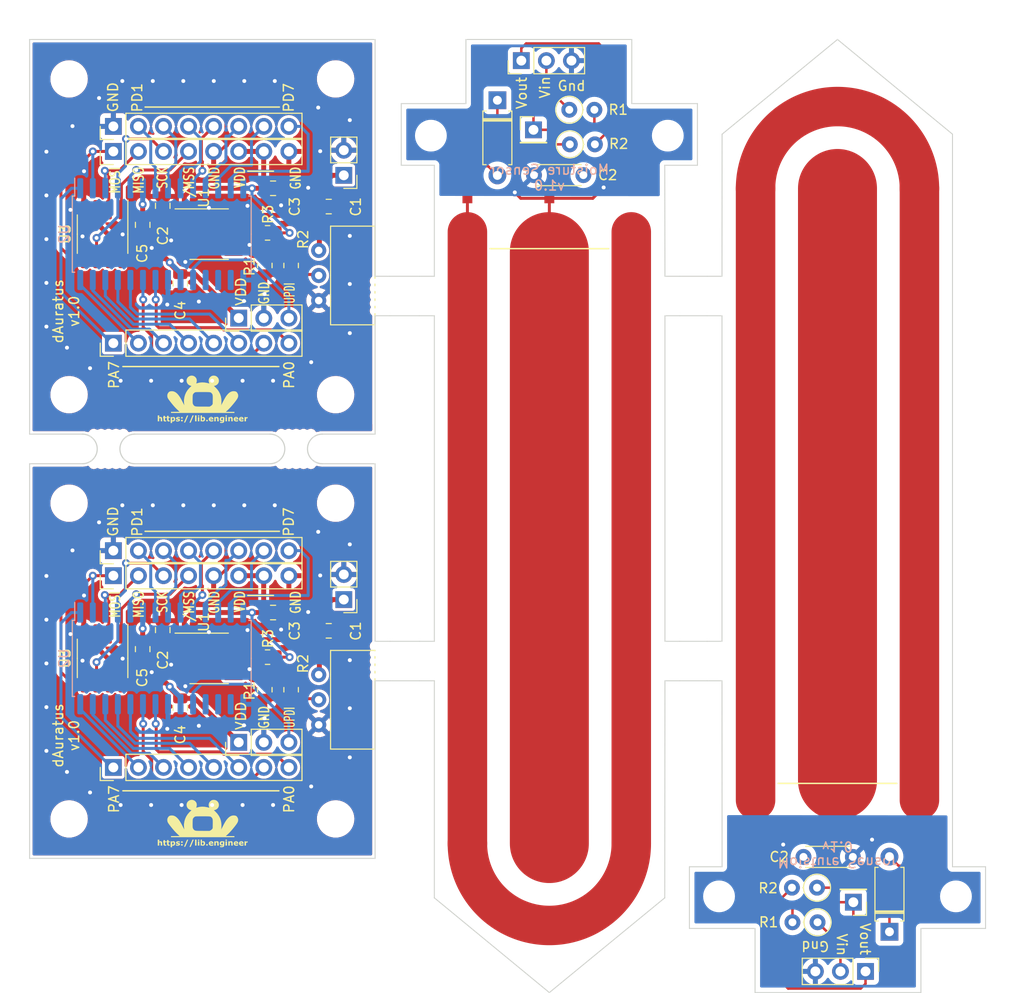
<source format=kicad_pcb>
(kicad_pcb (version 20211014) (generator pcbnew)
  (layers (0 "F.Cu" signal) (31 "B.Cu" power) (34 "B.Paste" user) (35 "F.Paste" user) (36 "B.SilkS" user "B.Silkscreen") (37 "F.SilkS" user "F.Silkscreen") (38 "B.Mask" user) (39 "F.Mask" user) (44 "Edge.Cuts" user))
  (net 0 "")
  (net 1 "VBUS")
  (net 2 "GND")
  (net 3 "VDD")
  (net 4 "/UPDI")
  (net 5 "/PD1")
  (net 6 "/PD2")
  (net 7 "/PD3")
  (net 8 "/PD4")
  (net 9 "/PD5")
  (net 10 "/PD6")
  (net 11 "/PA7")
  (net 12 "/PA6")
  (net 13 "/PA5")
  (net 14 "/PA4")
  (net 18 "/PA3")
  (net 19 "/PA2")
  (net 20 "/PA1")
  (net 21 "/PA0")
  (net 22 "/PD7")
  (net 23 "/MOSI")
  (net 24 "/MISO")
  (net 25 "/SCK")
  (net 26 "/EN{slash}UVLO")
  (net 27 "/PG")
  (net 28 "/EN_SWITCH")
  (net 29 "/~{MEMSS}")
  (net 30 "Net-(D1-Pad1)")
  (net 31 "/Test")
  (net 32 "/Vout")
  (net 33 "/Vin")
  (footprint "Connector_PinHeader_2.54mm:PinHeader_1x08_P2.54mm_Vertical" (layer "F.Cu") (at 73.4834 111.809 90)
    (fp_text reference "J2" hide)
    (fp_text value "Conn_01x08_Female")
  )
  (footprint "lib:eFrog-pcb" (layer "F.Cu") (at 82.5 96.5)
    (fp_text reference "G***" hide)
    (fp_text value "LOGO" hide)
  )
  (footprint "lib:Mouse_Bite_Single_Sided" (layer "F.Cu") (at 101.5 86 90)
    (fp_text reference "REF**" hide)
    (fp_text value "Mouse_Bite" hide)
    (fp_line (start -2 -1.5) (end -2 0) (layer "Edge.Cuts") (width 0.1))
    (fp_line (start 2 -1.5) (end 2 0) (layer "Edge.Cuts") (width 0.1))
  )
  (footprint "lib:Mouse_Bite_Single_Sided" (layer "F.Cu") (at 133.64 123 -90)
    (fp_text reference "REF**" hide)
    (fp_text value "Mouse_Bite" hide)
    (fp_line (start -2 -1.5) (end -2 0) (layer "Edge.Cuts") (width 0.1))
    (fp_line (start 2 -1.5) (end 2 0) (layer "Edge.Cuts") (width 0.1))
  )
  (footprint "Resistor_THT:R_Axial_DIN0207_L6.3mm_D2.5mm_P2.54mm_Vertical" (layer "F.Cu") (at 144.8182 149.4753 180)
    (fp_text reference "R1")
    (fp_text value "1M" hide)
  )
  (footprint "Capacitor_SMD:C_0805_2012Metric" (layer "F.Cu") (at 89.6632 75.0828)
    (fp_text reference "C3")
    (fp_text value "1u")
  )
  (footprint "Package_SO:SOIC-8_3.9x4.9mm_P1.27mm" (layer "F.Cu") (at 72.3912 122.731 -90)
    (fp_text reference "U3")
    (fp_text value "AT25xxx")
  )
  (footprint "Connector_PinHeader_2.54mm:PinHeader_1x01_P2.54mm_Vertical" (layer "F.Cu") (at 148.4468 147.4433 180)
    (fp_text reference "J2" hide)
    (fp_text value "Conn_01x01_Male" hide)
  )
  (footprint "MountingHole:MountingHole_3.2mm_M3" (layer "F.Cu") (at 96 64 90)
    (fp_text reference "H4" hide)
    (fp_text value "MountingHole" hide)
  )
  (footprint "MountingHole:MountingHole_3.2mm_M3" (layer "F.Cu") (at 69 139 90)
    (fp_text reference "H1" hide)
    (fp_text value "MountingHole" hide)
  )
  (footprint "Capacitor_THT:C_Disc_D4.3mm_W1.9mm_P5.00mm" (layer "F.Cu") (at 121.094 73.75 180)
    (fp_text reference "C2")
    (fp_text value "10pF" hide)
  )
  (footprint "Capacitor_SMD:C_0805_2012Metric" (layer "F.Cu") (at 78.4872 76.8608 90)
    (fp_text reference "C2")
    (fp_text value "1u")
  )
  (footprint "Capacitor_SMD:C_0805_2012Metric" (layer "F.Cu") (at 80.2652 84.7348 -90)
    (fp_text reference "C4")
    (fp_text value "1u")
  )
  (footprint "MountingHole:MountingHole_2.2mm_M2" (layer "F.Cu") (at 134.84 146.85 180)
    (fp_text reference "H2" hide)
    (fp_text value "MountingHole" hide)
  )
  (footprint "Capacitor_SMD:C_0805_2012Metric" (layer "F.Cu") (at 76.4552 121.7912 -90)
    (fp_text reference "C5")
    (fp_text value "1u")
  )
  (footprint "MountingHole:MountingHole_2.2mm_M2" (layer "F.Cu") (at 158.84 146.85 180)
    (fp_text reference "H1" hide)
    (fp_text value "MountingHole" hide)
  )
  (footprint "lib:eFrog-pcb" (layer "F.Cu") (at 82.5 139.5)
    (fp_text reference "G***" hide)
    (fp_text value "LOGO" hide)
  )
  (footprint "lib:EAO_SPDT_90_10290" (layer "F.Cu") (at 94.286 83.922 -90)
    (fp_text reference "SW1" hide)
    (fp_text value "SW_SPDT")
  )
  (footprint "Diode_THT:D_A-405_P7.62mm_Horizontal" (layer "F.Cu") (at 112.3856 66.1595 -90)
    (fp_text reference "D1" hide)
    (fp_text value "D" hide)
  )
  (footprint "Capacitor_SMD:C_0805_2012Metric" (layer "F.Cu") (at 78.4872 119.8608 90)
    (fp_text reference "C2")
    (fp_text value "1u")
  )
  (footprint "MountingHole:MountingHole_2.2mm_M2" (layer "F.Cu") (at 105.65 69.75)
    (fp_text reference "H1" hide)
    (fp_text value "MountingHole" hide)
  )
  (footprint "Connector_PinHeader_2.54mm:PinHeader_1x08_P2.54mm_Vertical" (layer "F.Cu") (at 73.4834 114.349 90)
    (fp_text reference "J4" hide)
    (fp_text value "Conn_01x08_Female")
  )
  (footprint "Resistor_SMD:R_0805_2012Metric" (layer "F.Cu") (at 91.492 125.906 -90)
    (fp_text reference "R2")
    (fp_text value "100k")
  )
  (footprint "MountingHole:MountingHole_3.2mm_M3" (layer "F.Cu") (at 69 64 90)
    (fp_text reference "H2" hide)
    (fp_text value "MountingHole" hide)
  )
  (footprint "MountingHole:MountingHole_3.2mm_M3" (layer "F.Cu") (at 96 139 90)
    (fp_text reference "H3" hide)
    (fp_text value "MountingHole" hide)
  )
  (footprint "Capacitor_SMD:C_0805_2012Metric" (layer "F.Cu") (at 95.302 119.937)
    (fp_text reference "C1")
    (fp_text value "1u")
  )
  (footprint "lib:Mouse_Bite_Single_Sided" (layer "F.Cu") (at 104.5 86 -90)
    (fp_text reference "REF**" hide)
    (fp_text value "Mouse_Bite" hide)
    (fp_line (start -2 -1.5) (end -2 0) (layer "Edge.Cuts") (width 0.1))
    (fp_line (start 2 -1.5) (end 2 0) (layer "Edge.Cuts") (width 0.1))
  )
  (footprint "Package_SO:SOIC-8_3.9x4.9mm_P1.27mm" (layer "F.Cu") (at 72.3912 79.731 -90)
    (fp_text reference "U3")
    (fp_text value "AT25xxx")
  )
  (footprint "lib:Mouse_Bite_Single_Sided" (layer "F.Cu") (at 133.64 86 -90)
    (fp_text reference "REF**" hide)
    (fp_text value "Mouse_Bite" hide)
    (fp_line (start -2 -1.5) (end -2 0) (layer "Edge.Cuts") (width 0.1))
    (fp_line (start 2 -1.5) (end 2 0) (layer "Edge.Cuts") (width 0.1))
  )
  (footprint "Resistor_THT:R_Axial_DIN0207_L6.3mm_D2.5mm_P2.54mm_Vertical" (layer "F.Cu") (at 144.7674 145.9701 180)
    (fp_text reference "R2")
    (fp_text value "100" hide)
  )
  (footprint "lib:Mouse_Bite_Single_Sided" (layer "F.Cu") (at 130.86 123 90)
    (fp_text reference "REF**" hide)
    (fp_text value "Mouse_Bite" hide)
    (fp_line (start -2 -1.5) (end -2 0) (layer "Edge.Cuts") (width 0.1))
    (fp_line (start 2 -1.5) (end 2 0) (layer "Edge.Cuts") (width 0.1))
  )
  (footprint "Resistor_SMD:R_0805_2012Metric" (layer "F.Cu") (at 89.1044 122.604 180)
    (fp_text reference "R3")
    (fp_text value "100k")
  )
  (footprint "lib:Mouse_Bite_Single_Sided" (layer "F.Cu") (at 130.86 86 90)
    (fp_text reference "REF**" hide)
    (fp_text value "Mouse_Bite" hide)
    (fp_line (start 2 -1.5) (end 2 0) (layer "Edge.Cuts") (width 0.1))
    (fp_line (start -2 -1.5) (end -2 0) (layer "Edge.Cuts") (width 0.1))
  )
  (footprint "lib:Mouse_Bite" (layer "F.Cu") (at 92 101.5)
    (fp_text reference "REF**" hide)
    (fp_text value "Mouse_Bite" hide)
    (fp_arc (start -2.65 -1.5) (mid -1.15 0) (end -2.65 1.5) (layer "Edge.Cuts") (width 0.12))
    (fp_arc (start 2.65 1.5) (mid 1.15 0) (end 2.65 -1.5) (layer "Edge.Cuts") (width 0.12))
  )
  (footprint "MountingHole:MountingHole_3.2mm_M3" (layer "F.Cu") (at 96 107 90)
    (fp_text reference "H4" hide)
    (fp_text value "MountingHole" hide)
  )
  (footprint "Capacitor_THT:C_Disc_D4.3mm_W1.9mm_P5.00mm" (layer "F.Cu") (at 143.396 142.85)
    (fp_text reference "C2")
    (fp_text value "10pF" hide)
  )
  (footprint "lib:ADP7104ARDZ" (layer "F.Cu") (at 83.1862 122.731)
    (fp_text reference "U1")
    (fp_text value "ADP7104ARDZ")
  )
  (footprint "Connector_PinHeader_2.54mm:PinHeader_1x03_P2.54mm_Vertical" (layer "F.Cu") (at 114.8098 62.1463 90)
    (fp_text reference "J1" hide)
    (fp_text value "Conn_01x03_Male" hide)
  )
  (footprint "Connector_PinHeader_2.54mm:PinHeader_1x02_P2.54mm_Vertical" (layer "F.Cu") (at 96.826 73.767 180)
    (fp_text reference "J5" hide)
    (fp_text value "Conn_01x02_Male")
  )
  (footprint "Capacitor_SMD:C_0805_2012Metric" (layer "F.Cu") (at 89.6632 118.0828)
    (fp_text reference "C3")
    (fp_text value "1u")
  )
  (footprint "MountingHole:MountingHole_3.2mm_M3" (layer "F.Cu") (at 69 96 90)
    (fp_text reference "H1" hide)
    (fp_text value "MountingHole" hide)
  )
  (footprint "Resistor_SMD:R_0805_2012Metric" (layer "F.Cu") (at 88.825 125.906 -90)
    (fp_text reference "R1")
    (fp_text value "100k")
  )
  (footprint "MountingHole:MountingHole_3.2mm_M3" (layer "F.Cu") (at 96 96 90)
    (fp_text reference "H3" hide)
    (fp_text value "MountingHole" hide)
  )
  (footprint "MountingHole:MountingHole_2.2mm_M2" (layer "F.Cu") (at 129.65 69.75)
    (fp_text reference "H2" hide)
    (fp_text value "MountingHole" hide)
  )
  (footprint "Connector_PinHeader_2.54mm:PinHeader_1x08_P2.54mm_Vertical" (layer "F.Cu") (at 73.4834 71.349 90)
    (fp_text reference "J4" hide)
    (fp_text value "Conn_01x08_Female")
  )
  (footprint "Connector_PinHeader_2.54mm:PinHeader_1x08_P2.54mm_Vertical" (layer "F.Cu") (at 73.4834 133.78 90)
    (fp_text reference "J3" hide)
    (fp_text value "Conn_01x08_Female")
  )
  (footprint "lib:ADP7104ARDZ" (layer "F.Cu") (at 83.1862 79.731)
    (fp_text reference "U1")
    (fp_text value "ADP7104ARDZ")
  )
  (footprint "Resistor_SMD:R_0805_2012Metric" (layer "F.Cu") (at 91.492 82.906 -90)
    (fp_text reference "R2")
    (fp_text value "100k")
  )
  (footprint "Connector_PinHeader_2.54mm:PinHeader_1x03_P2.54mm_Vertical" (layer "F.Cu") (at 86.1834 88.24 90)
    (fp_text reference "J1" hide)
    (fp_text value "Conn_01x03_Male")
  )
  (footprint "lib:Moisture_Capacitor" (layer "F.Cu") (at 117.65 78.5)
    (fp_text reference "C1" hide)
    (fp_text value "C" hide)
  )
  (footprint "Diode_THT:D_A-405_P7.62mm_Horizontal" (layer "F.Cu") (at 152.1044 150.4405 90)
    (fp_text reference "D1" hide)
    (fp_text value "D" hide)
  )
  (footprint "Connector_PinHeader_2.54mm:PinHeader_1x02_P2.54mm_Vertical" (layer "F.Cu") (at 96.826 116.767 180)
    (fp_text reference "J5" hide)
    (fp_text value "Conn_01x02_Male")
  )
  (footprint "Connector_PinHeader_2.54mm:PinHeader_1x03_P2.54mm_Vertical" (layer "F.Cu") (at 86.1834 131.24 90)
    (fp_text reference "J1" hide)
    (fp_text value "Conn_01x03_Male")
  )
  (footprint "lib:EAO_SPDT_90_10290" (layer "F.Cu") (at 94.286 126.922 -90)
    (fp_text reference "SW1" hide)
    (fp_text value "SW_SPDT")
  )
  (footprint "Resistor_THT:R_Axial_DIN0207_L6.3mm_D2.5mm_P2.54mm_Vertical" (layer "F.Cu") (at 119.7226 70.6299)
    (fp_text reference "R2")
    (fp_text value "100" hide)
  )
  (footprint "lib:Moisture_Capacitor" (layer "F.Cu") (at 146.84 138.1 180)
    (fp_text reference "C1" hide)
    (fp_text value "C" hide)
  )
  (footprint "Capacitor_SMD:C_0805_2012Metric" (layer "F.Cu") (at 95.302 76.937)
    (fp_text reference "C1")
    (fp_text value "1u")
  )
  (footprint "lib:Mouse_Bite_Single_Sided" (layer "F.Cu") (at 104.5 123 -90)
    (fp_text reference "REF**" hide)
    (fp_text value "Mouse_Bite" hide)
    (fp_line (start 2 -1.5) (end 2 0) (layer "Edge.Cuts") (width 0.1))
    (fp_line (start -2 -1.5) (end -2 0) (layer "Edge.Cuts") (width 0.1))
  )
  (footprint "Resistor_THT:R_Axial_DIN0207_L6.3mm_D2.5mm_P2.54mm_Vertical" (layer "F.Cu") (at 119.6718 67.1247)
    (fp_text reference "R1")
    (fp_text value "1M" hide)
  )
  (footprint "Connector_PinHeader_2.54mm:PinHeader_1x08_P2.54mm_Vertical" (layer "F.Cu") (at 73.4834 68.809 90)
    (fp_text reference "J2" hide)
    (fp_text value "Conn_01x08_Female")
  )
  (footprint "Connector_PinHeader_2.54mm:PinHeader_1x08_P2.54mm_Vertical" (layer "F.Cu") (at 73.4834 90.78 90)
    (fp_text reference "J3" hide)
    (fp_text value "Conn_01x08_Female")
  )
  (footprint "Connector_PinHeader_2.54mm:PinHeader_1x03_P2.54mm_Vertical" (layer "F.Cu") (at 149.6802 154.4537 -90)
    (fp_text reference "J1" hide)
    (fp_text value "Conn_01x03_Male" hide)
  )
  (footprint "lib:Mouse_Bite_Single_Sided" (layer "F.Cu") (at 101.5 123 90)
    (fp_text reference "REF**" hide)
    (fp_text value "Mouse_Bite" hide)
    (fp_line (start -2 -1.5) (end -2 0) (layer "Edge.Cuts") (width 0.1))
    (fp_line (start 2 -1.5) (end 2 0) (layer "Edge.Cuts") (width 0.1))
  )
  (footprint "lib:Mouse_Bite" (layer "F.Cu") (at 73 101.5)
    (fp_text reference "REF**" hide)
    (fp_text value "Mouse_Bite" hide)
    (fp_arc (start -2.65 -1.5) (mid -1.15 0) (end -2.65 1.5) (layer "Edge.Cuts") (width 0.12))
    (fp_arc (start 2.65 1.5) (mid 1.15 0) (end 2.65 -1.5) (layer "Edge.Cuts") (width 0.12))
  )
  (footprint "Connector_PinHeader_2.54mm:PinHeader_1x01_P2.54mm_Vertical" (layer "F.Cu") (at 116.0432 69.1567)
    (fp_text reference "J2" hide)
    (fp_text value "Conn_01x01_Male" hide)
  )
  (footprint "Resistor_SMD:R_0805_2012Metric" (layer "F.Cu") (at 89.1044 79.604 180)
    (fp_text reference "R3")
    (fp_text value "100k")
  )
  (footprint "Resistor_SMD:R_0805_2012Metric" (layer "F.Cu") (at 88.825 82.906 -90)
    (fp_text reference "R1")
    (fp_text value "100k")
  )
  (footprint "MountingHole:MountingHole_3.2mm_M3" (layer "F.Cu") (at 69 107 90)
    (fp_text reference "H2" hide)
    (fp_text value "MountingHole" hide)
  )
  (footprint "Capacitor_SMD:C_0805_2012Metric" (layer "F.Cu") (at 80.2652 127.7348 -90)
    (fp_text reference "C4")
    (fp_text value "1u")
  )
  (footprint "Capacitor_SMD:C_0805_2012Metric" (layer "F.Cu") (at 76.4552 78.7912 -90)
    (fp_text reference "C5")
    (fp_text value "1u")
  )
  (footprint "Package_SO:SOIC-28W_7.5x17.9mm_P1.27mm" (layer "B.Cu") (at 78.3856 79.731 -90)
    (fp_text reference "U2")
    (fp_text value "AVR128DB28-SOIC")
  )
  (footprint "Package_SO:SOIC-28W_7.5x17.9mm_P1.27mm" (layer "B.Cu") (at 78.3856 122.731 -90)
    (fp_text reference "U2")
    (fp_text value "AVR128DB28-SOIC")
  )
  (gr_line (start 74.45 93.15) (end 90.25 93.15) (layer "F.SilkS") (width 0.15))
  (gr_line (start 111.65 81.2) (end 123.65 81.2) (layer "F.SilkS") (width 0.15))
  (gr_line (start 76.7 109.85) (end 90.3 109.85) (layer "F.SilkS") (width 0.15))
  (gr_line (start 87.1 116.35) (end 89.7 116.35) (layer "F.SilkS") (width 0.15))
  (gr_line (start 152.84 135.4) (end 140.84 135.4) (layer "F.SilkS") (width 0.15))
  (gr_line (start 74.45 136.15) (end 90.25 136.15) (layer "F.SilkS") (width 0.15))
  (gr_line (start 76.7 66.85) (end 90.3 66.85) (layer "F.SilkS") (width 0.15))
  (gr_line (start 87.1 73.35) (end 89.7 73.35) (layer "F.SilkS") (width 0.15))
  (gr_line (start 100 143) (end 100 125) (layer "Edge.Cuts") (width 0.1))
  (gr_line (start 100 103) (end 100 121) (layer "Edge.Cuts") (width 0.1))
  (gr_line (start 132.65 72.75) (end 129.34 72.75) (layer "Edge.Cuts") (width 0.1))
  (gr_line (start 158.49 143.85) (end 161.84 143.85) (layer "Edge.Cuts") (width 0.1))
  (gr_line (start 155.29 150.1) (end 161.84 150.1) (layer "Edge.Cuts") (width 0.1))
  (gr_line (start 109.2 60) (end 126 60) (layer "Edge.Cuts") (width 0.1))
  (gr_line (start 106 125) (end 106 147) (layer "Edge.Cuts") (width 0.1))
  (gr_line (start 117.65 156.6) (end 106 147) (layer "Edge.Cuts") (width 0.1))
  (gr_line (start 102.65 66.5) (end 102.65 72.75) (layer "Edge.Cuts") (width 0.1))
  (gr_line (start 135.14 125) (end 135.15 143.85) (layer "Edge.Cuts") (width 0.1))
  (gr_line (start 104.5 84) (end 101.5 84) (layer "Edge.Cuts") (width 0.1))
  (gr_line (start 106 84) (end 106 72.75) (layer "Edge.Cuts") (width 0.1))
  (gr_line (start 100 100) (end 100 88) (layer "Edge.Cuts") (width 0.1))
  (gr_line (start 146.84 60) (end 158.49 69.6) (layer "Edge.Cuts") (width 0.1))
  (gr_line (start 100 84) (end 100 60) (layer "Edge.Cuts") (width 0.1))
  (gr_line (start 129.34 147) (end 117.65 156.6) (layer "Edge.Cuts") (width 0.1))
  (gr_line (start 130.86 88) (end 133.64 88) (layer "Edge.Cuts") (width 0.1))
  (gr_line (start 135.14 88) (end 135.14 121) (layer "Edge.Cuts") (width 0.1))
  (gr_line (start 131.84 150.1) (end 138.49 150.1) (layer "Edge.Cuts") (width 0.1))
  (gr_line (start 65 103) (end 65 143) (layer "Edge.Cuts") (width 0.1))
  (gr_line (start 70.35 103) (end 65 103) (layer "Edge.Cuts") (width 0.1))
  (gr_line (start 155.29 156.6) (end 138.49 156.6) (layer "Edge.Cuts") (width 0.1))
  (gr_line (start 109.2 66.5) (end 102.65 66.5) (layer "Edge.Cuts") (width 0.1))
  (gr_line (start 138.49 150.1) (end 138.49 156.6) (layer "Edge.Cuts") (width 0.1))
  (gr_line (start 132.65 66.5) (end 126 66.5) (layer "Edge.Cuts") (width 0.1))
  (gr_line (start 161.84 150.1) (end 161.84 143.85) (layer "Edge.Cuts") (width 0.1))
  (gr_line (start 106 88) (end 106 121) (layer "Edge.Cuts") (width 0.1))
  (gr_line (start 126 66.5) (end 126 60) (layer "Edge.Cuts") (width 0.1))
  (gr_line (start 94.65 103) (end 100 103) (layer "Edge.Cuts") (width 0.1))
  (gr_line (start 129.36 88) (end 129.36 121) (layer "Edge.Cuts") (width 0.1))
  (gr_line (start 131.84 150.1) (end 131.84 143.85) (layer "Edge.Cuts") (width 0.1))
  (gr_line (start 101.5 121) (end 104.5 121) (layer "Edge.Cuts") (width 0.1))
  (gr_line (start 135.15 69.6) (end 135.14 84) (layer "Edge.Cuts") (width 0.1))
  (gr_line (start 131.84 143.85) (end 135.15 143.85) (layer "Edge.Cuts") (width 0.1))
  (gr_line (start 106 72.75) (end 102.65 72.75) (layer "Edge.Cuts") (width 0.1))
  (gr_line (start 155.29 150.1) (end 155.29 156.6) (layer "Edge.Cuts") (width 0.1))
  (gr_line (start 158.49 143.85) (end 158.49 69.6) (layer "Edge.Cuts") (width 0.1))
  (gr_line (start 130.86 125) (end 133.64 125) (layer "Edge.Cuts") (width 0.1))
  (gr_line (start 129.36 125) (end 129.34 147) (layer "Edge.Cuts") (width 0.1))
  (gr_line (start 101.5 88) (end 104.5 88) (layer "Edge.Cuts") (width 0.1))
  (gr_line (start 100 60) (end 65 60) (layer "Edge.Cuts") (width 0.1))
  (gr_line (start 75.65 103) (end 89.35 103) (layer "Edge.Cuts") (width 0.1))
  (gr_line (start 109.2 66.5) (end 109.2 60) (layer "Edge.Cuts") (width 0.1))
  (gr_line (start 130.86 84) (end 133.64 84) (layer "Edge.Cuts") (width 0.1))
  (gr_line (start 70.35 100) (end 65 100) (layer "Edge.Cuts") (width 0.1))
  (gr_line (start 129.34 72.75) (end 129.36 84) (layer "Edge.Cuts") (width 0.1))
  (gr_line (start 101.5 125) (end 104.5 125) (layer "Edge.Cuts") (width 0.1))
  (gr_line (start 135.15 69.6) (end 146.84 60) (layer "Edge.Cuts") (width 0.1))
  (gr_line (start 65 60) (end 65 100) (layer "Edge.Cuts") (width 0.1))
  (gr_line (start 100 100) (end 94.65 100) (layer "Edge.Cuts") (width 0.1))
  (gr_line (start 89.35 100) (end 75.65 100) (layer "Edge.Cuts") (width 0.1))
  (gr_line (start 132.65 66.5) (end 132.65 72.75) (layer "Edge.Cuts") (width 0.1))
  (gr_line (start 100 143) (end 65 143) (layer "Edge.Cuts") (width 0.1))
  (gr_line (start 133.64 121) (end 130.86 121) (layer "Edge.Cuts") (width 0.1))
  (gr_text "Moisture Sensor\nv1.0" (at 117.65 74) (layer "B.SilkS") (effects (font (size 1 1)) (justify mirror)))
  (gr_text "Moisture Sensor\nv1.0" (at 146.84 142.6 180) (layer "B.SilkS") (effects (font (size 1 1)) (justify mirror)))
  (gr_text "PD1" (at 75.9 108.9 90) (layer "F.SilkS") (effects (font (size 1 1))))
  (gr_text "PA0" (at 91.2888 137 90) (layer "F.SilkS") (effects (font (size 1 1))))
  (gr_text "dAuratus\nv1.0" (at 68.7 87.55 90) (layer "F.SilkS") (effects (font (size 1 1))))
  (gr_text "GND" (at 88.75 128.7 90) (layer "F.SilkS") (effects (font (size 1 0.75))))
  (gr_text "dAuratus\nv1.0" (at 68.7 130.55 90) (layer "F.SilkS") (effects (font (size 1 1))))
  (gr_text "GND" (at 91.95 117.05 90) (layer "F.SilkS") (effects (font (size 1 0.75))))
  (gr_text "SCK" (at 78.45 74.014286 90) (layer "F.SilkS") (effects (font (size 1 0.75))))
  (gr_text "MISO" (at 76.05 74.264286 90) (layer "F.SilkS") (effects (font (size 1 0.75))))
  (gr_text "UPDI" (at 91.3396 128.7 90) (layer "F.SilkS") (effects (font (size 1 0.6) (thickness 0.125))))
  (gr_text "PA7" (at 73.55 137 90) (layer "F.SilkS") (effects (font (size 1 1))))
  (gr_text "MOSI" (at 73.65 117.264286 90) (layer "F.SilkS") (effects (font (size 1 0.75))))
  (gr_text "VDD" (at 86.412 85.5476 90) (layer "F.SilkS") (effects (font (size 1 1))))
  (gr_text "GND" (at 91.95 74.05 90) (layer "F.SilkS") (effects (font (size 1 0.75))))
  (gr_text "GND" (at 73.45 108.852381 90) (layer "F.SilkS") (effects (font (size 1 1))))
  (gr_text "/MSS" (at 81.15 74.442858 90) (layer "F.SilkS") (effects (font (size 1 0.75))))
  (gr_text "UPDI" (at 91.3396 85.7 90) (layer "F.SilkS") (effects (font (size 1 0.6) (thickness 0.125))))
  (gr_text "PA0" (at 91.2888 94 90) (layer "F.SilkS") (effects (font (size 1 1))))
  (gr_text "PD1" (at 75.9 65.9 90) (layer "F.SilkS") (effects (font (size 1 1))))
  (gr_text "GND" (at 73.45 65.852381 90) (layer "F.SilkS") (effects (font (size 1 1))))
  (gr_text "Gnd" (at 119.9 64.7039) (layer "F.SilkS") (effects (font (size 1 1))))
  (gr_text "GND" (at 83.7 74.05 90) (layer "F.SilkS") (effects (font (size 1 0.75))))
  (gr_text "VDD" (at 86.412 128.5476 90) (layer "F.SilkS") (effects (font (size 1 1))))
  (gr_text "GND" (at 88.75 85.7 90) (layer "F.SilkS") (effects (font (size 1 0.75))))
  (gr_text "MISO" (at 76.05 117.264286 90) (layer "F.SilkS") (effects (font (size 1 0.75))))
  (gr_text "SCK" (at 78.45 117.014286 90) (layer "F.SilkS") (effects (font (size 1 0.75))))
  (gr_text "/MSS" (at 81.15 117.442858 90) (layer "F.SilkS") (effects (font (size 1 0.75))))
  (gr_text "PD7" (at 91.25 108.9 90) (layer "F.SilkS") (effects (font (size 1 1))))
  (gr_text "GND" (at 83.7 117.05 90) (layer "F.SilkS") (effects (font (size 1 0.75))))
  (gr_text "PD7" (at 91.25 65.9 90) (layer "F.SilkS") (effects (font (size 1 1))))
  (gr_text "PA7" (at 73.55 94 90) (layer "F.SilkS") (effects (font (size 1 1))))
  (gr_text "Vin\n" (at 147.29 151.7461 270) (layer "F.SilkS") (effects (font (size 1 1))))
  (gr_text "Vin\n" (at 117.2 64.8539 90) (layer "F.SilkS") (effects (font (size 1 1))))
  (gr_text "VDD" (at 86.3 116.978572 90) (layer "F.SilkS") (effects (font (size 1 0.75))))
  (gr_text "Vout" (at 149.64 149.4461 270) (layer "F.SilkS") (effects (font (size 1 1)) (justify left)))
  (gr_text "VDD" (at 86.3 73.978572 90) (layer "F.SilkS") (effects (font (size 1 0.75))))
  (gr_text "MOSI" (at 73.65 74.264286 90) (layer "F.SilkS") (effects (font (size 1 0.75))))
  (gr_text "Gnd" (at 144.59 151.8961 180) (layer "F.SilkS") (effects (font (size 1 1))))
  (gr_text "Vout" (at 114.85 67.1539 90) (layer "F.SilkS") (effects (font (size 1 1)) (justify left)))
  (segment (start 94.352 119.937) (end 91.9238 119.937) (width 0.5) (layer "F.Cu") (net 1))
  (segment (start 91.0348 120.826) (end 85.6612 120.826) (width 0.5) (layer "F.Cu") (net 1))
  (segment (start 91.0348 77.826) (end 85.6612 77.826) (width 0.5) (layer "F.Cu") (net 1))
  (segment (start 96.826 116.767) (end 95.678 116.767) (width 0.5) (layer "F.Cu") (net 1))
  (segment (start 94.352 76.937) (end 91.9238 76.937) (width 0.5) (layer "F.Cu") (net 1))
  (segment (start 91.9238 119.937) (end 91.0348 120.826) (width 0.5) (layer "F.Cu") (net 1))
  (segment (start 94.352 75.093) (end 94.352 76.937) (width 0.5) (layer "F.Cu") (net 1))
  (segment (start 94.352 118.093) (end 94.352 119.937) (width 0.5) (layer "F.Cu") (net 1))
  (segment (start 94.352 76.937) (end 94.352 81.316) (width 0.5) (layer "F.Cu") (net 1))
  (segment (start 91.9238 76.937) (end 91.0348 77.826) (width 0.5) (layer "F.Cu") (net 1))
  (segment (start 95.678 116.767) (end 94.352 118.093) (width 0.5) (layer "F.Cu") (net 1))
  (segment (start 95.678 73.767) (end 94.352 75.093) (width 0.5) (layer "F.Cu") (net 1))
  (segment (start 94.352 119.937) (end 94.352 124.316) (width 0.5) (layer "F.Cu") (net 1))
  (segment (start 94.352 124.316) (end 94.286 124.382) (width 0.5) (layer "F.Cu") (net 1))
  (segment (start 96.826 73.767) (end 95.678 73.767) (width 0.5) (layer "F.Cu") (net 1))
  (segment (start 94.352 81.316) (end 94.286 81.382) (width 0.5) (layer "F.Cu") (net 1))
  (segment (start 84.8372 113.7648) (end 84.888 113.714) (width 0.3) (layer "F.Cu") (net 2))
  (segment (start 117.65 76.1) (end 114.75 76.1) (width 0.3) (layer "F.Cu") (net 2))
  (segment (start 83.8212 80.366) (end 85.6612 80.366) (width 0.5) (layer "F.Cu") (net 2))
  (segment (start 84.253 114.349) (end 84.8372 113.7648) (width 0.3) (layer "F.Cu") (net 2))
  (segment (start 142.44 140.5) (end 141.34 141.6) (width 0.3) (layer "F.Cu") (net 2))
  (segment (start 146.84 140.5) (end 149.74 140.5) (width 0.3) (layer "F.Cu") (net 2))
  (segment (start 85.6612 80.366) (end 86.8184 80.366) (width 0.5) (layer "F.Cu") (net 2))
  (segment (start 149.74 140.5) (end 150.34 141.1) (width 0.3) (layer "F.Cu") (net 2))
  (segment (start 146.84 140.5) (end 142.44 140.5) (width 0.3) (layer "F.Cu") (net 2))
  (segment (start 84.888 113.714) (end 84.888 110.3612) (width 0.3) (layer "F.Cu") (net 2))
  (segment (start 86.8184 123.366) (end 87.2756 123.8232) (width 0.5) (layer "F.Cu") (net 2))
  (segment (start 114.75 76.1) (end 114.15 75.5) (width 0.3) (layer "F.Cu") (net 2))
  (segment (start 83.6434 114.349) (end 84.253 114.349) (width 0.3) (layer "F.Cu") (net 2))
  (segment (start 82.5512 80.366) (end 80.7112 80.366) (width 0.5) (layer "F.Cu") (net 2))
  (segment (start 85.6612 123.366) (end 86.8184 123.366) (width 0.5) (layer "F.Cu") (net 2))
  (segment (start 80.7112 80.366) (end 79.3367 80.366) (width 0.5) (layer "F.Cu") (net 2))
  (segment (start 84.8372 70.7648) (end 84.888 70.714) (width 0.3) (layer "F.Cu") (net 2))
  (segment (start 83.1862 122.731) (end 82.5512 123.366) (width 0.5) (layer "F.Cu") (net 2))
  (segment (start 80.7112 123.366) (end 79.3367 123.366) (width 0.5) (layer "F.Cu") (net 2))
  (segment (start 83.1862 79.731) (end 82.5512 80.366) (width 0.5) (layer "F.Cu") (net 2))
  (segment (start 83.1862 79.731) (end 83.8212 80.366) (width 0.5) (layer "F.Cu") (net 2))
  (segment (start 83.1862 122.731) (end 83.8212 123.366) (width 0.5) (layer "F.Cu") (net 2))
  (segment (start 117.65 76.1) (end 122.05 76.1) (width 0.3) (layer "F.Cu") (net 2))
  (segment (start 83.6434 71.349) (end 84.253 71.349) (width 0.3) (layer "F.Cu") (net 2))
  (segment (start 84.253 71.349) (end 84.8372 70.7648) (width 0.3) (layer "F.Cu") (net 2))
  (segment (start 83.8212 123.366) (end 85.6612 123.366) (width 0.5) (layer "F.Cu") (net 2))
  (segment (start 86.8184 80.366) (end 87.2756 80.8232) (width 0.5) (layer "F.Cu") (net 2))
  (segment (start 84.888 70.714) (end 84.888 67.3612) (width 0.3) (layer "F.Cu") (net 2))
  (segment (start 82.5512 123.366) (end 80.7112 123.366) (width 0.5) (layer "F.Cu") (net 2))
  (segment (start 122.05 76.1) (end 123.15 75) (width 0.3) (layer "F.Cu") (net 2))
  (via (at 87.2756 123.8232) (size 0.8) (drill 0.4) (layers "F.Cu" "B.Cu") (net 2))
  (via (at 86.74728 64.2116) (size 0.8) (drill 0.4) (layers "F.Cu" "B.Cu") (net 2))
  (via (at 89.83592 64.2116) (size 0.8) (drill 0.4) (layers "F.Cu" "B.Cu") (net 2))
  (via (at 74.39272 64.2116) (size 0.8) (drill 0.4) (layers "F.Cu" "B.Cu") (net 2))
  (via (at 123.15 75) (size 0.8) (drill 0.4) (layers "F.Cu" "B.Cu") (net 2))
  (via (at 66.7016 80.239) (size 0.8) (drill 0.4) (layers "F.Cu" "B.Cu") (net 2))
  (via (at 83.48592 137.59) (size 0.8) (drill 0.4) (layers "F.Cu" "B.Cu") (net 2))
  (via (at 80.7732 82.5504) (size 0.8) (drill 0.4) (layers "F.Cu" "B.Cu") (net 2))
  (via (at 69.3432 111.7836) (size 0.8) (drill 0.4) (layers "F.Cu" "B.Cu") (net 2))
  (via (at 79.3367 123.366) (size 0.8) (drill 0.4) (layers "F.Cu" "B.Cu") (net 2))
  (via (at 97.4356 111.174) (size 0.8) (drill 0.4) (layers "F.Cu" "B.Cu") (net 2))
  (via (at 66.7016 71.3744) (size 0.8) (drill 0.4) (layers "F.Cu" "B.Cu") (net 2))
  (via (at 82.1448 129.5636) (size 0.8) (drill 0.4) (layers "F.Cu" "B.Cu") (net 2))
  (via (at 87.0724 76.8608) (size 0.8) (drill 0.4) (layers "F.Cu" "B.Cu") (net 2))
  (via (at 80.57 107.2116) (size 0.8) (drill 0.4) (layers "F.Cu" "B.Cu") (net 2))
  (via (at 66.7016 132.1036) (size 0.8) (drill 0.4) (layers "F.Cu" "B.Cu") (net 2))
  (via (at 80.39728 94.59) (size 0.8) (drill 0.4) (layers "F.Cu" "B.Cu") (net 2))
  (via (at 70.5116 73.3556) (size 0.8) (drill 0.4) (layers "F.Cu" "B.Cu") (net 2))
  (via (at 83.65864 107.2116) (size 0.8) (drill 0.4) (layers "F.Cu" "B.Cu") (net 2))
  (via (at 94.4384 71.3236) (size 0.8) (drill 0.4) (layers "F.Cu" "B.Cu") (net 2))
  (via (at 74.4232 79.7564) (size 0.8) (drill 0.4) (layers "F.Cu" "B.Cu") (net 2))
  (via (at 71.1212 136.32) (size 0.8) (drill 0.4) (layers "F.Cu" "B.Cu") (net 2))
  (via (at 89.6632 94.59) (size 0.8) (drill 0.4) (layers "F.Cu" "B.Cu") (net 2))
  (via (at 80.39728 137.59) (size 0.8) (drill 0.4) (layers "F.Cu" "B.Cu") (net 2))
  (via (at 150.34 141.1) (size 0.8) (drill 0.4) (layers "F.Cu" "B.Cu") (net 2))
  (via (at 97.4356 84.7856) (size 0.8) (drill 0.4) (layers "F.Cu" "B.Cu") (net 2))
  (via (at 94.2352 109.904) (size 0.8) (drill 0.4) (layers "F.Cu" "B.Cu") (net 2))
  (via (at 77.48136 107.2116) (size 0.8) (drill 0.4) (layers "F.Cu" "B.Cu") (net 2))
  (via (at 66.7016 118.8067) (size 0.8) (drill 0.4) (layers "F.Cu" "B.Cu") (net 2))
  (via (at 97.4356 68.174) (size 0.8) (drill 0.4) (layers "F.Cu" "B.Cu") (net 2))
  (via (at 69.14 120.2672) (size 0.8) (drill 0.4) (layers "F.Cu" "B.Cu") (net 2))
  (via (at 68.7844 91.2372) (size 0.8) (drill 0.4) (layers "F.Cu" "B.Cu") (net 2))
  (via (at 141.34 141.6) (size 0.8) (drill 0.4) (layers "F.Cu" "B.Cu") (net 2))
  (via (at 74.39272 107.2116) (size 0.8) (drill 0.4) (layers "F.Cu" "B.Cu") (net 2))
  (via (at 72.0356 108.9388) (size 0.8) (drill 0.4) (layers "F.Cu" "B.Cu") (net 2))
  (via (at 77.30864 94.59) (size 0.8) (drill 0.4) (layers "F.Cu" "B.Cu") (net 2))
  (via (at 74.22 137.59) (size 0.8) (drill 0.4) (layers "F.Cu" "B.Cu") (net 2))
  (via (at 86.7168 86.5128) (size 0.8) (drill 0.4) (layers "F.Cu" "B.Cu") (net 2))
  (via (at 86.74728 107.2116) (size 0.8) (drill 0.4) (layers "F.Cu" "B.Cu") (net 2))
  (via (at 86.57456 137.59) (size 0.8) (drill 0.4) (layers "F.Cu" "B.Cu") (net 2))
  (via (at 72.0356 65.9388) (size 0.8) (drill 0.4) (layers "F.Cu" "B.Cu") (net 2))
  (via (at 97.4356 89.764) (size 0.8) (drill 0.4) (layers "F.Cu" "B.Cu") (net 2))
  (via (at 71.1212 93.32) (size 0.8) (drill 0.4) (layers "F.Cu" "B.Cu") (net 2))
  (via (at 78.9444 129.8684) (size 0.8) (drill 0.4) (layers "F.Cu" "B.Cu") (net 2))
  (via (at 66.7016 127.6713) (size 0.8) (drill 0.4) (layers "F.Cu" "B.Cu") (net 2))
  (via (at 89.6632 137.59) (size 0.8) (drill 0.4) (layers "F.Cu" "B.Cu") (net 2))
  (via (at 97.4356 122.9088) (size 0.8) (drill 0.4) (layers "F.Cu" "B.Cu") (net 2))
  (via (at 94.4384 114.3236) (size 0.8) (drill 0.4) (layers "F.Cu" "B.Cu") (net 2))
  (via (at 66.7016 114.3744) (size 0.8) (drill 0.4) (layers "F.Cu" "B.Cu") (net 2))
  (via (at 68.7844 134.2372) (size 0.8) (drill 0.4) (layers "F.Cu" "B.Cu") (net 2))
  (via (at 66.7016 89.1036) (size 0.8) (drill 0.4) (layers "F.Cu" "B.Cu") (net 2))
  (via (at 86.57456 94.59) (size 0.8) (drill 0.4) (layers "F.Cu" "B.Cu") (net 2))
  (via (at 88.7996 85.8016) (size 0.8) (drill 0.4) (layers "F.Cu" "B.Cu") (net 2))
  (via (at 114.15 75.5) (size 0.8) (drill 0.4) (layers "F.Cu" "B.Cu") (net 2))
  (via (at 66.7016 84.6713) (size 0.8) (drill 0.4) (layers "F.Cu" "B.Cu") (net 2))
  (via (at 88.7996 128.8016) (size 0.8) (drill 0.4) (layers "F.Cu" "B.Cu") (net 2))
  (via (at 83.65864 64.2116) (size 0.8) (drill 0.4) (layers "F.Cu" "B.Cu") (net 2))
  (via (at 80.57 64.2116) (size 0.8) (drill 0.4) (layers "F.Cu" "B.Cu") (net 2))
  (via (at 87.0724 119.8608) (size 0.8) (drill 0.4) (layers "F.Cu" "B.Cu") (net 2))
  (via (at 70.3592 79.9596) (size 0.8) (drill 0.4) (layers "F.Cu" "B.Cu") (net 2))
  (via (at 77.3696 124.128) (size 0.8) (drill 0.4) (layers "F.Cu" "B.Cu") (net 2))
  (via (at 69.3432 68.7836) (size 0.8) (drill 0.4) (layers "F.Cu" "B.Cu") (net 2))
  (via (at 87.2756 80.8232) (size 0.8) (drill 0.4) (layers "F.Cu" "B.Cu") (net 2))
  (via (at 86.7168 129.5128) (size 0.8) (drill 0.4) (layers "F.Cu" "B.Cu") (net 2))
  (via (at 80.7732 125.5504) (size 0.8) (drill 0.4) (layers "F.Cu" "B.Cu") (net 2))
  (via (at 94.2352 66.904) (size 0.8) (drill 0.4) (layers "F.Cu" "B.Cu") (net 2))
  (via (at 79.3367 80.366) (size 0.8) (drill 0.4) (layers "F.Cu" "B.Cu") (net 2))
  (via (at 93.2192 75.032) (size 0.8) (drill 0.4) (layers "F.Cu" "B.Cu") (net 2))
  (via (at 83.48592 94.59) (size 0.8) (drill 0.4) (layers "F.Cu" "B.Cu") (net 2))
  (via (at 89.83592 107.2116) (size 0.8) (drill 0.4) (layers "F.Cu" "B.Cu") (net 2))
  (via (at 77.30864 137.59) (size 0.8) (drill 0.4) (layers "F.Cu" "B.Cu") (net 2))
  (via (at 69.14 77.2672) (size 0.8) (drill 0.4) (layers "F.Cu" "B.Cu") (net 2))
  (via (at 70.5116 116.3556) (size 0.8) (drill 0.4) (layers "F.Cu" "B.Cu") (net 2))
  (via (at 74.22 94.59) (size 0.8) (drill 0.4) (layers "F.Cu" "B.Cu") (net 2))
  (via (at 66.7016 123.239) (size 0.8) (drill 0.4) (layers "F.Cu" "B.Cu") (net 2))
  (via (at 70.3592 122.9596) (size 0.8) (drill 0.4) (layers "F.Cu" "B.Cu") (net 2))
  (via (at 90.476 119.81) (size 0.8) (drill 0.4) (layers "F.Cu" "B.Cu") (net 2))
  (via (at 74.4232 122.7564) (size 0.8) (drill 0.4) (layers "F.Cu" "B.Cu") (net 2))
  (via (at 90.476 76.81) (size 0.8) (drill 0.4) (layers "F.Cu" "B.Cu") (net 2))
  (via (at 77.48136 64.2116) (size 0.8) (drill 0.4) (layers "F.Cu" "B.Cu") (net 2))
  (via (at 97.4356 132.764) (size 0.8) (drill 0.4) (layers "F.Cu" "B.Cu") (net 2))
  (via (at 97.4356 79.9088) (size 0.8) (drill 0.4) (layers "F.Cu" "B.Cu") (net 2))
  (via (at 77.3696 81.128) (size 0.8) (drill 0.4) (layers "F.Cu" "B.Cu") (net 2))
  (via (at 78.9444 86.8684) (size 0.8) (drill 0.4) (layers "F.Cu" "B.Cu") (net 2))
  (via (at 93.524 135.7104) (size 0.8) (drill 0.4) (layers "F.Cu" "B.Cu") (net 2))
  (via (at 83.1608 120.064) (size 0.8) (drill 0.4) (layers "F.Cu" "B.Cu") (net 2))
  (via (at 82.1448 86.5636) (size 0.8) (drill 0.4) (layers "F.Cu" "B.Cu") (net 2))
  (via (at 83.1608 77.064) (size 0.8) (drill 0.4) (layers "F.Cu" "B.Cu") (net 2))
  (via (at 66.7016 75.8067) (size 0.8) (drill 0.4) (layers "F.Cu" "B.Cu") (net 2))
  (via (at 93.2192 118.032) (size 0.8) (drill 0.4) (layers "F.Cu" "B.Cu") (net 2))
  (via (at 93.524 92.7104) (size 0.8) (drill 0.4) (layers "F.Cu" "B.Cu") (net 2))
  (via (at 97.4356 127.7856) (size 0.8) (drill 0.4) (layers "F.Cu" "B.Cu") (net 2))
  (segment (start 74.2962 125.206) (end 78.4476 125.206) (width 0.5) (layer "F.Cu") (net 3))
  (segment (start 76.4552 120.8412) (end 76.4552 119.7084) (width 0.5) (layer "F.Cu") (net 3))
  (segment (start 80.6716 77.7864) (end 80.6716 75.8956) (width 0.5) (layer "F.Cu") (net 3))
  (segment (start 88.7132 75.0828) (end 88.7132 71.3592) (width 0.5) (layer "F.Cu") (net 3))
  (segment (start 73.0262 122.8326) (end 71.7562 121.5626) (width 0.5) (layer "F.Cu") (net 3))
  (segment (start 71.7562 78.5626) (end 71.7562 77.256) (width 0.5) (layer "F.Cu") (net 3))
  (segment (start 78.4476 125.206) (end 78.8032 125.206) (width 0.5) (layer "F.Cu") (net 3))
  (segment (start 80.7112 120.826) (end 80.6716 120.7864) (width 0.5) (layer "F.Cu") (net 3))
  (segment (start 73.0262 125.206) (end 74.2962 125.206) (width 0.5) (layer "F.Cu") (net 3))
  (segment (start 79.1984 125.718) (end 80.2652 126.7848) (width 0.5) (layer "F.Cu") (net 3))
  (segment (start 82.3378 127.369) (end 81.7536 126.7848) (width 0.5) (layer "F.Cu") (net 3))
  (segment (start 80.7112 79.096) (end 80.7112 77.826) (width 0.5) (layer "F.Cu") (net 3))
  (segment (start 82.3378 84.3944) (end 82.3378 84.369) (width 0.5) (layer "F.Cu") (net 3))
  (segment (start 88.7132 71.3592) (end 88.7234 71.349) (width 0.5) (layer "F.Cu") (net 3))
  (segment (start 82.3378 127.3944) (end 82.3378 127.369) (width 0.5) (layer "F.Cu") (net 3))
  (segment (start 73.0262 82.206) (end 74.2962 82.206) (width 0.5) (layer "F.Cu") (net 3))
  (segment (start 78.4476 82.206) (end 78.8032 82.206) (width 0.5) (layer "F.Cu") (net 3))
  (segment (start 78.4872 125.1664) (end 78.4476 125.206) (width 0.5) (layer "F.Cu") (net 3))
  (segment (start 88.7132 118.0828) (end 88.7132 114.3592) (width 0.5) (layer "F.Cu") (net 3))
  (segment (start 71.7562 121.5626) (end 71.7562 120.256) (width 0.5) (layer "F.Cu") (net 3))
  (segment (start 87.5296 118.0828) (end 88.7132 118.0828) (width 0.5) (layer "F.Cu") (net 3))
  (segment (start 81.7536 83.7848) (end 80.2652 83.7848) (width 0.5) (layer "F.Cu") (net 3))
  (segment (start 80.7112 77.826) (end 80.6716 77.7864) (width 0.5) (layer "F.Cu") (net 3))
  (segment (start 80.696 77.8108) (end 80.7112 77.826) (width 0.5) (layer "F.Cu") (net 3))
  (segment (start 88.7234 71.349) (end 86.1834 71.349) (width 0.5) (layer "F.Cu") (net 3))
  (segment (start 80.696 120.8108) (end 80.7112 120.826) (width 0.5) (layer "F.Cu") (net 3))
  (segment (start 73.0262 82.206) (end 73.0262 79.8326) (width 0.5) (layer "F.Cu") (net 3))
  (segment (start 81.7536 126.7848) (end 80.2652 126.7848) (width 0.5) (layer "F.Cu") (net 3))
  (segment (start 86.1834 131.24) (end 82.3378 127.3944) (width 0.5) (layer "F.Cu") (net 3))
  (segment (start 78.4872 120.8108) (end 78.4872 125.1664) (width 0.5) (layer "F.Cu") (net 3))
  (segment (start 87.5296 75.0828) (end 88.7132 75.0828) (width 0.5) (layer "F.Cu") (net 3))
  (segment (start 79.1984 82.6012) (end 79.1984 82.718) (width 0.5) (layer "F.Cu") (net 3))
  (segment (start 90.0169 79.604) (end 91.3396 79.604) (width 0.3) (layer "F.Cu") (net 3))
  (segment (start 76.4552 120.8412) (end 78.4568 120.8412) (width 0.5) (layer "F.Cu") (net 3))
  (segment (start 78.4872 82.1664) (end 78.4476 82.206) (width 0.5) (layer "F.Cu") (net 3))
  (segment (start 79.1984 125.6012) (end 79.1984 125.718) (width 0.5) (layer "F.Cu") (net 3))
  (segment (start 78.8032 125.206) (end 79.1984 125.6012) (width 0.5) (layer "F.Cu") (net 3))
  (segment (start 78.4568 77.8412) (end 78.4872 77.8108) (width 0.5) (layer "F.Cu") (net 3))
  (segment (start 73.0262 79.8326) (end 71.7562 78.5626) (width 0.5) (layer "F.Cu") (net 3))
  (segment (start 81.4844 118.0828) (end 87.5296 118.0828) (width 0.5) (layer "F.Cu") (net 3))
  (segment (start 88.7234 114.349) (end 86.1834 114.349) (width 0.5) (layer "F.Cu") (net 3))
  (segment (start 86.1834 88.24) (end 82.3378 84.3944) (width 0.5) (layer "F.Cu") (net 3))
  (segment (start 78.4872 120.8108) (end 80.696 120.8108) (width 0.5) (layer "F.Cu") (net 3))
  (segment (start 76.4552 77.8412) (end 78.4568 77.8412) (width 0.5) (layer "F.Cu") (net 3))
  (segment (start 80.6716 118.8956) (end 81.4844 118.0828) (width 0.5) (layer "F.Cu") (net 3))
  (segment (start 78.8032 82.206) (end 79.1984 82.6012) (width 0.5) (layer "F.Cu") (net 3))
  (segment (start 78.4872 77.8108) (end 80.696 77.8108) (width 0.5) (layer "F.Cu") (net 3))
  (segment (start 81.4844 75.0828) (end 87.5296 75.0828) (width 0.5) (layer "F.Cu") (net 3))
  (segment (start 78.4568 120.8412) (end 78.4872 120.8108) (width 0.5) (layer "F.Cu") (net 3))
  (segment (start 78.4872 77.8108) (end 78.4872 82.1664) (width 0.5) (layer "F.Cu") (net 3))
  (segment (start 90.0169 122.604) (end 91.3396 122.604) (width 0.3) (layer "F.Cu") (net 3))
  (segment (start 82.3378 84.369) (end 81.7536 83.7848) (width 0.5) (layer "F.Cu") (net 3))
  (segment (start 80.6716 120.7864) (end 80.6716 118.8956) (width 0.5) (layer "F.Cu") (net 3))
  (segment (start 80.6716 75.8956) (end 81.4844 75.0828) (width 0.5) (layer "F.Cu") (net 3))
  (segment (start 79.1984 82.718) (end 80.2652 83.7848) (width 0.5) (layer "F.Cu") (net 3))
  (segment (start 74.2962 82.206) (end 78.4476 82.206) (width 0.5) (layer "F.Cu") (net 3))
  (segment (start 73.0262 125.206) (end 73.0262 122.8326) (width 0.5) (layer "F.Cu") (net 3))
  (segment (start 80.7112 122.096) (end 80.7112 120.826) (width 0.5) (layer "F.Cu") (net 3))
  (segment (start 76.4552 77.8412) (end 76.4552 76.7084) (width 0.5) (layer "F.Cu") (net 3))
  (segment (start 88.7132 114.3592) (end 88.7234 114.349) (width 0.5) (layer "F.Cu") (net 3))
  (via (at 91.3396 79.604) (size 0.8) (drill 0.4) (layers "F.Cu" "B.Cu") (net 3))
  (via (at 76.4552 119.7084) (size 0.8) (drill 0.4) (layers "F.Cu" "B.Cu") (net 3))
  (via (at 79.1984 82.6012) (size 0.8) (drill 0.4) (layers "F.Cu" "B.Cu") (net 3))
  (via (at 79.1984 125.6012) (size 0.8) (drill 0.4) (layers "F.Cu" "B.Cu") (net 3))
  (via (at 87.5296 75.0828) (size 0.8) (drill 0.4) (layers "F.Cu" "B.Cu") (net 3))
  (via (at 91.3396 122.604) (size 0.8) (drill 0.4) (layers "F.Cu" "B.Cu") (net 3))
  (via (at 87.5296 118.0828) (size 0.8) (drill 0.4) (layers "F.Cu" "B.Cu") (net 3))
  (via (at 76.4552 76.7084) (size 0.8) (drill 0.4) (layers "F.Cu" "B.Cu") (net 3))
  (segment (start 91.3396 122.604) (end 87.5296 118.794) (width 0.3) (layer "B.Cu") (net 3))
  (segment (start 80.2906 83.6934) (end 80.2906 84.381) (width 0.5) (layer "B.Cu") (net 3))
  (segment (start 87.5296 118.794) (end 87.5296 118.0828) (width 0.3) (layer "B.Cu") (net 3))
  (segment (start 79.1984 125.6012) (end 80.2906 126.6934) (width 0.5) (layer "B.Cu") (net 3))
  (segment (start 79.1984 82.6012) (end 80.2906 83.6934) (width 0.5) (layer "B.Cu") (net 3))
  (segment (start 76.4552 75.1064) (end 76.4806 75.081) (width 0.5) (layer "B.Cu") (net 3))
  (segment (start 76.4552 76.7084) (end 76.4552 75.1064) (width 0.5) (layer "B.Cu") (net 3))
  (segment (start 76.4552 118.1064) (end 76.4806 118.081) (width 0.5) (layer "B.Cu") (net 3))
  (segment (start 87.5278 118.081) (end 87.5296 118.0828) (width 0.5) (layer "B.Cu") (net 3))
  (segment (start 86.6406 118.081) (end 87.5278 118.081) (width 0.5) (layer "B.Cu") (net 3))
  (segment (start 80.2906 126.6934) (end 80.2906 127.381) (width 0.5) (layer "B.Cu") (net 3))
  (segment (start 87.5278 75.081) (end 87.5296 75.0828) (width 0.5) (layer "B.Cu") (net 3))
  (segment (start 86.6406 75.081) (end 87.5278 75.081) (width 0.5) (layer "B.Cu") (net 3))
  (segment (start 91.3396 79.604) (end 87.5296 75.794) (width 0.3) (layer "B.Cu") (net 3))
  (segment (start 87.5296 75.794) (end 87.5296 75.0828) (width 0.3) (layer "B.Cu") (net 3))
  (segment (start 76.4552 119.7084) (end 76.4552 118.1064) (width 0.5) (layer "B.Cu") (net 3))
  (segment (start 81.5606 126.1854) (end 82.3988 125.3472) (width 0.3) (layer "B.Cu") (net 4))
  (segment (start 81.5606 83.1854) (end 82.3988 82.3472) (width 0.3) (layer "B.Cu") (net 4))
  (segment (start 82.3988 82.3472) (end 87.3772 82.3472) (width 0.3) (layer "B.Cu") (net 4))
  (segment (start 81.5606 84.381) (end 81.5606 83.1854) (width 0.3) (layer "B.Cu") (net 4))
  (segment (start 82.3988 125.3472) (end 87.3772 125.3472) (width 0.3) (layer "B.Cu") (net 4))
  (segment (start 87.3772 82.3472) (end 91.2634 86.2334) (width 0.3) (layer "B.Cu") (net 4))
  (segment (start 91.2634 129.2334) (end 91.2634 131.24) (width 0.3) (layer "B.Cu") (net 4))
  (segment (start 87.3772 125.3472) (end 91.2634 129.2334) (width 0.3) (layer "B.Cu") (net 4))
  (segment (start 91.2634 86.2334) (end 91.2634 88.24) (width 0.3) (layer "B.Cu") (net 4))
  (segment (start 81.5606 127.381) (end 81.5606 126.1854) (width 0.3) (layer "B.Cu") (net 4))
  (segment (start 77.7506 115.9746) (end 77.268 115.492) (width 0.3) (layer "B.Cu") (net 5))
  (segment (start 77.268 72.492) (end 77.268 70.0536) (width 0.3) (layer "B.Cu") (net 5))
  (segment (start 77.7506 118.081) (end 77.7506 115.9746) (width 0.3) (layer "B.Cu") (net 5))
  (segment (start 77.268 70.0536) (end 76.0234 68.809) (width 0.3) (layer "B.Cu") (net 5))
  (segment (start 77.268 113.0536) (end 76.0234 111.809) (width 0.3) (layer "B.Cu") (net 5))
  (segment (start 77.268 115.492) (end 77.268 113.0536) (width 0.3) (layer "B.Cu") (net 5))
  (segment (start 77.7506 72.9746) (end 77.268 72.492) (width 0.3) (layer "B.Cu") (net 5))
  (segment (start 77.7506 75.081) (end 77.7506 72.9746) (width 0.3) (layer "B.Cu") (net 5))
  (segment (start 79.808 113.0536) (end 78.5634 111.809) (width 0.3) (layer "B.Cu") (net 6))
  (segment (start 79.0206 116.3302) (end 79.808 115.5428) (width 0.3) (layer "B.Cu") (net 6))
  (segment (start 79.0206 75.081) (end 79.0206 73.3302) (width 0.3) (layer "B.Cu") (net 6))
  (segment (start 79.808 72.5428) (end 79.808 70.0536) (width 0.3) (layer "B.Cu") (net 6))
  (segment (start 79.0206 73.3302) (end 79.808 72.5428) (width 0.3) (layer "B.Cu") (net 6))
  (segment (start 79.808 115.5428) (end 79.808 113.0536) (width 0.3) (layer "B.Cu") (net 6))
  (segment (start 79.808 70.0536) (end 78.5634 68.809) (width 0.3) (layer "B.Cu") (net 6))
  (segment (start 79.0206 118.081) (end 79.0206 116.3302) (width 0.3) (layer "B.Cu") (net 6))
  (segment (start 80.2906 75.081) (end 80.2906 73.381) (width 0.3) (layer "B.Cu") (net 7))
  (segment (start 82.3034 70.009) (end 81.1034 68.809) (width 0.3) (layer "B.Cu") (net 7))
  (segment (start 82.3034 115.3842) (end 82.3034 113.009) (width 0.3) (layer "B.Cu") (net 7))
  (segment (start 81.7384 115.9492) (end 82.3034 115.3842) (width 0.3) (layer "B.Cu") (net 7))
  (segment (start 80.2906 118.081) (end 80.2906 116.381) (width 0.3) (layer "B.Cu") (net 7))
  (segment (start 80.2906 116.381) (end 80.7224 115.9492) (width 0.3) (layer "B.Cu") (net 7))
  (segment (start 80.7224 72.9492) (end 81.7384 72.9492) (width 0.3) (layer "B.Cu") (net 7))
  (segment (start 81.7384 72.9492) (end 82.3034 72.3842) (width 0.3) (layer "B.Cu") (net 7))
  (segment (start 80.2906 73.381) (end 80.7224 72.9492) (width 0.3) (layer "B.Cu") (net 7))
  (segment (start 80.7224 115.9492) (end 81.7384 115.9492) (width 0.3) (layer "B.Cu") (net 7))
  (segment (start 82.3034 113.009) (end 81.1034 111.809) (width 0.3) (layer "B.Cu") (net 7))
  (segment (start 82.3034 72.3842) (end 82.3034 70.009) (width 0.3) (layer "B.Cu") (net 7))
  (segment (start 82.5004 115.3904) (end 82.3988 115.2888) (width 0.3) (layer "F.Cu") (net 8))
  (segment (start 82.5004 73.3048) (end 82.5004 72.3904) (width 0.3) (layer "F.Cu") (net 8))
  (segment (start 82.3988 72.2888) (end 82.3988 70.0536) (width 0.3) (layer "F.Cu") (net 8))
  (segment (start 82.3988 113.0536) (end 83.6434 111.809) (width 0.3) (layer "F.Cu") (net 8))
  (segment (start 82.3988 70.0536) (end 83.6434 68.809) (width 0.3) (layer "F.Cu") (net 8))
  (segment (start 82.3988 115.2888) (end 82.3988 113.0536) (width 0.3) (layer "F.Cu") (net 8))
  (segment (start 82.5004 116.3048) (end 82.5004 115.3904) (width 0.3) (layer "F.Cu") (net 8))
  (segment (start 82.5004 72.3904) (end 82.3988 72.2888) (width 0.3) (layer "F.Cu") (net 8))
  (via (at 82.5004 73.3048) (size 0.8) (drill 0.4) (layers "F.Cu" "B.Cu") (net 8))
  (via (at 82.5004 116.3048) (size 0.8) (drill 0.4) (layers "F.Cu" "B.Cu") (net 8))
  (segment (start 81.5606 75.081) (end 81.5606 74.2446) (width 0.3) (layer "B.Cu") (net 8))
  (segment (start 81.5606 74.2446) (end 82.5004 73.3048) (width 0.3) (layer "B.Cu") (net 8))
  (segment (start 81.5606 118.081) (end 81.5606 117.2446) (width 0.3) (layer "B.Cu") (net 8))
  (segment (start 81.5606 117.2446) (end 82.5004 116.3048) (width 0.3) (layer "B.Cu") (net 8))
  (segment (start 82.8306 74.0922) (end 84.3292 72.5936) (width 0.3) (layer "B.Cu") (net 9))
  (segment (start 84.5832 72.5936) (end 84.888 72.2888) (width 0.3) (layer "B.Cu") (net 9))
  (segment (start 82.8306 117.0922) (end 84.3292 115.5936) (width 0.3) (layer "B.Cu") (net 9))
  (segment (start 84.3292 72.5936) (end 84.5832 72.5936) (width 0.3) (layer "B.Cu") (net 9))
  (segment (start 85.1928 69.7996) (end 86.1834 68.809) (width 0.3) (layer "B.Cu") (net 9))
  (segment (start 82.8306 118.081) (end 82.8306 117.0922) (width 0.3) (layer "B.Cu") (net 9))
  (segment (start 84.888 115.2888) (end 84.888 112.7996) (width 0.3) (layer "B.Cu") (net 9))
  (segment (start 84.888 112.7996) (end 85.1928 112.7996) (width 0.3) (layer "B.Cu") (net 9))
  (segment (start 84.3292 115.5936) (end 84.5832 115.5936) (width 0.3) (layer "B.Cu") (net 9))
  (segment (start 84.888 69.7996) (end 85.1928 69.7996) (width 0.3) (layer "B.Cu") (net 9))
  (segment (start 82.8306 75.081) (end 82.8306 74.0922) (width 0.3) (layer "B.Cu") (net 9))
  (segment (start 84.5832 115.5936) (end 84.888 115.2888) (width 0.3) (layer "B.Cu") (net 9))
  (segment (start 84.888 72.2888) (end 84.888 69.7996) (width 0.3) (layer "B.Cu") (net 9))
  (segment (start 85.1928 112.7996) (end 86.1834 111.809) (width 0.3) (layer "B.Cu") (net 9))
  (segment (start 84.1006 74.0922) (end 85.4468 72.746) (width 0.3) (layer "B.Cu") (net 10))
  (segment (start 84.1006 117.0922) (end 85.4468 115.746) (width 0.3) (layer "B.Cu") (net 10))
  (segment (start 84.1006 118.081) (end 84.1006 117.0922) (width 0.3) (layer "B.Cu") (net 10))
  (segment (start 85.4468 115.746) (end 87.4788 115.746) (width 0.3) (layer "B.Cu") (net 10))
  (segment (start 87.4788 70.0536) (end 88.7234 68.809) (width 0.3) (layer "B.Cu") (net 10))
  (segment (start 85.4468 72.746) (end 87.4788 72.746) (width 0.3) (layer "B.Cu") (net 10))
  (segment (start 84.1006 75.081) (end 84.1006 74.0922) (width 0.3) (layer "B.Cu") (net 10))
  (segment (start 87.4788 72.746) (end 87.4788 70.0536) (width 0.3) (layer "B.Cu") (net 10))
  (segment (start 87.4788 113.0536) (end 88.7234 111.809) (width 0.3) (layer "B.Cu") (net 10))
  (segment (start 87.4788 115.746) (end 87.4788 113.0536) (width 0.3) (layer "B.Cu") (net 10))
  (segment (start 68.1748 119.1496) (end 68.1748 128.6492) (width 0.3) (layer "B.Cu") (net 11))
  (segment (start 70.1288 75.0828) (end 69.2416 75.0828) (width 0.3) (layer "B.Cu") (net 11))
  (segment (start 73.3056 90.78) (end 73.4834 90.78) (width 0.3) (layer "B.Cu") (net 11))
  (segment (start 69.2416 75.0828) (end 68.1748 76.1496) (width 0.3) (layer "B.Cu") (net 11))
  (segment (start 70.1288 118.0828) (end 69.2416 118.0828) (width 0.3) (layer "B.Cu") (net 11))
  (segment (start 68.1748 85.6492) (end 73.3056 90.78) (width 0.3) (layer "B.Cu") (net 11))
  (segment (start 68.1748 76.1496) (end 68.1748 85.6492) (width 0.3) (layer "B.Cu") (net 11))
  (segment (start 69.2416 118.0828) (end 68.1748 119.1496) (width 0.3) (layer "B.Cu") (net 11))
  (segment (start 73.3056 133.78) (end 73.4834 133.78) (width 0.3) (layer "B.Cu") (net 11))
  (segment (start 70.1306 118.081) (end 70.1288 118.0828) (width 0.3) (layer "B.Cu") (net 11))
  (segment (start 68.1748 128.6492) (end 73.3056 133.78) (width 0.3) (layer "B.Cu") (net 11))
  (segment (start 70.1306 75.081) (end 70.1288 75.0828) (width 0.3) (layer "B.Cu") (net 11))
  (segment (start 70.1306 127.8872) (end 76.0234 133.78) (width 0.3) (layer "B.Cu") (net 12))
  (segment (start 70.1306 84.381) (end 70.1306 84.8872) (width 0.3) (layer "B.Cu") (net 12))
  (segment (start 70.1306 127.381) (end 70.1306 127.8872) (width 0.3) (layer "B.Cu") (net 12))
  (segment (start 70.1306 84.8872) (end 76.0234 90.78) (width 0.3) (layer "B.Cu") (net 12))
  (segment (start 71.4006 84.381) (end 71.4006 85.450094) (width 0.3) (layer "B.Cu") (net 13))
  (segment (start 77.141 89.3576) (end 78.5634 90.78) (width 0.3) (layer "B.Cu") (net 13))
  (segment (start 71.4006 128.450094) (end 75.308106 132.3576) (width 0.3) (layer "B.Cu") (net 13))
  (segment (start 77.141 132.3576) (end 78.5634 133.78) (width 0.3) (layer "B.Cu") (net 13))
  (segment (start 71.4006 127.381) (end 71.4006 128.450094) (width 0.3) (layer "B.Cu") (net 13))
  (segment (start 75.308106 89.3576) (end 77.141 89.3576) (width 0.3) (layer "B.Cu") (net 13))
  (segment (start 75.308106 132.3576) (end 77.141 132.3576) (width 0.3) (layer "B.Cu") (net 13))
  (segment (start 71.4006 85.450094) (end 75.308106 89.3576) (width 0.3) (layer "B.Cu") (net 13))
  (segment (start 72.6706 129.012988) (end 75.515212 131.8576) (width 0.3) (layer "B.Cu") (net 14))
  (segment (start 79.181 88.8576) (end 81.1034 90.78) (width 0.3) (layer "B.Cu") (net 14))
  (segment (start 75.515212 131.8576) (end 79.181 131.8576) (width 0.3) (layer "B.Cu") (net 14))
  (segment (start 75.515212 88.8576) (end 79.181 88.8576) (width 0.3) (layer "B.Cu") (net 14))
  (segment (start 72.6706 127.381) (end 72.6706 129.012988) (width 0.3) (layer "B.Cu") (net 14))
  (segment (start 79.181 131.8576) (end 81.1034 133.78) (width 0.3) (layer "B.Cu") (net 14))
  (segment (start 72.6706 84.381) (end 72.6706 86.012988) (width 0.3) (layer "B.Cu") (net 14))
  (segment (start 72.6706 86.012988) (end 75.515212 88.8576) (width 0.3) (layer "B.Cu") (net 14))
  (segment (start 75.699759 88.335041) (end 81.198441 88.335041) (width 0.3) (layer "B.Cu") (net 18))
  (segment (start 73.9406 127.381) (end 73.9406 129.575882) (width 0.3) (layer "B.Cu") (net 18))
  (segment (start 73.9406 84.381) (end 73.9406 86.575882) (width 0.3) (layer "B.Cu") (net 18))
  (segment (start 75.699759 131.335041) (end 81.198441 131.335041) (width 0.3) (layer "B.Cu") (net 18))
  (segment (start 73.9406 129.575882) (end 75.699759 131.335041) (width 0.3) (layer "B.Cu") (net 18))
  (segment (start 73.9406 86.575882) (end 75.699759 88.335041) (width 0.3) (layer "B.Cu") (net 18))
  (segment (start 81.198441 131.335041) (end 83.6434 133.78) (width 0.3) (layer "B.Cu") (net 18))
  (segment (start 81.198441 88.335041) (end 83.6434 90.78) (width 0.3) (layer "B.Cu") (net 18))
  (segment (start 75.905424 130.8336) (end 83.237 130.8336) (width 0.3) (layer "B.Cu") (net 19))
  (segment (start 75.2106 127.381) (end 75.2106 130.138776) (width 0.3) (layer "B.Cu") (net 19))
  (segment (start 83.237 87.8336) (end 86.1834 90.78) (width 0.3) (layer "B.Cu") (net 19))
  (segment (start 75.2106 87.138776) (end 75.905424 87.8336) (width 0.3) (layer "B.Cu") (net 19))
  (segment (start 83.237 130.8336) (end 86.1834 133.78) (width 0.3) (layer "B.Cu") (net 19))
  (segment (start 75.2106 84.381) (end 75.2106 87.138776) (width 0.3) (layer "B.Cu") (net 19))
  (segment (start 75.905424 87.8336) (end 83.237 87.8336) (width 0.3) (layer "B.Cu") (net 19))
  (segment (start 75.2106 130.138776) (end 75.905424 130.8336) (width 0.3) (layer "B.Cu") (net 19))
  (segment (start 87.8344 92.4056) (end 87.8344 91.669) (width 0.3) (layer "F.Cu") (net 20))
  (segment (start 77.3634 90.0118) (end 77.3634 92.0438) (width 0.3) (layer "F.Cu") (net 20))
  (segment (start 87.7836 92.4564) (end 87.8344 92.4056) (width 0.3) (layer "F.Cu") (net 20))
  (segment (start 87.8344 135.4056) (end 87.8344 134.669) (width 0.3) (layer "F.Cu") (net 20))
  (segment (start 87.8344 134.669) (end 88.7234 133.78) (width 0.3) (layer "F.Cu") (net 20))
  (segment (start 77.3634 133.0118) (end 77.3634 135.0438) (width 0.3) (layer "F.Cu") (net 20))
  (segment (start 76.506 129.3604) (end 76.506 132.1544) (width 0.3) (layer "F.Cu") (net 20))
  (segment (start 87.8344 91.669) (end 88.7234 90.78) (width 0.3) (layer "F.Cu") (net 20))
  (segment (start 77.776 135.4564) (end 87.7836 135.4564) (width 0.3) (layer "F.Cu") (net 20))
  (segment (start 77.776 92.4564) (end 87.7836 92.4564) (width 0.3) (layer "F.Cu") (net 20))
  (segment (start 76.506 132.1544) (end 77.3634 133.0118) (width 0.3) (layer "F.Cu") (net 20))
  (segment (start 87.7836 135.4564) (end 87.8344 135.4056) (width 0.3) (layer "F.Cu") (net 20))
  (segment (start 77.3634 135.0438) (end 77.776 135.4564) (width 0.3) (layer "F.Cu") (net 20))
  (segment (start 76.506 89.1544) (end 77.3634 90.0118) (width 0.3) (layer "F.Cu") (net 20))
  (segment (start 76.506 86.3604) (end 76.506 89.1544) (width 0.3) (layer "F.Cu") (net 20))
  (segment (start 77.3634 92.0438) (end 77.776 92.4564) (width 0.3) (layer "F.Cu") (net 20))
  (via (at 76.506 86.3604) (size 0.8) (drill 0.4) (layers "F.Cu" "B.Cu") (net 20))
  (via (at 76.506 129.3604) (size 0.8) (drill 0.4) (layers "F.Cu" "B.Cu") (net 20))
  (segment (start 76.4806 129.335) (end 76.506 129.3604) (width 0.3) (layer "B.Cu") (net 20))
  (segment (start 76.4806 86.335) (end 76.506 86.3604) (width 0.3) (layer "B.Cu") (net 20))
  (segment (start 76.4806 84.381) (end 76.4806 86.335) (width 0.3) (layer "B.Cu") (net 20))
  (segment (start 76.4806 127.381) (end 76.4806 129.335) (width 0.3) (layer "B.Cu") (net 20))
  (segment (start 77.776 86.3604) (end 77.8268 86.4112) (width 0.3) (layer "F.Cu") (net 21))
  (segment (start 84.4308 132.2052) (end 84.6656 132.44) (width 0.3) (layer "F.Cu") (net 21))
  (segment (start 84.4308 89.2052) (end 84.6656 89.44) (width 0.3) (layer "F.Cu") (net 21))
  (segment (start 78.0808 132.2052) (end 84.4308 132.2052) (width 0.3) (layer "F.Cu") (net 21))
  (segment (start 77.776 129.3604) (end 77.8268 129.4112) (width 0.3) (layer "F.Cu") (net 21))
  (segment (start 89.9234 89.44) (end 91.2634 90.78) (width 0.3) (layer "F.Cu") (net 21))
  (segment (start 89.9234 132.44) (end 91.2634 133.78) (width 0.3) (layer "F.Cu") (net 21))
  (segment (start 84.6656 132.44) (end 89.9234 132.44) (width 0.3) (layer "F.Cu") (net 21))
  (segment (start 77.8268 131.9512) (end 78.0808 132.2052) (width 0.3) (layer "F.Cu") (net 21))
  (segment (start 78.0808 89.2052) (end 84.4308 89.2052) (width 0.3) (layer "F.Cu") (net 21))
  (segment (start 77.8268 86.4112) (end 77.8268 88.9512) (width 0.3) (layer "F.Cu") (net 21))
  (segment (start 84.6656 89.44) (end 89.9234 89.44) (width 0.3) (layer "F.Cu") (net 21))
  (segment (start 77.8268 88.9512) (end 78.0808 89.2052) (width 0.3) (layer "F.Cu") (net 21))
  (segment (start 77.8268 129.4112) (end 77.8268 131.9512) (width 0.3) (layer "F.Cu") (net 21))
  (via (at 77.776 129.3604) (size 0.8) (drill 0.4) (layers "F.Cu" "B.Cu") (net 21))
  (via (at 77.776 86.3604) (size 0.8) (drill 0.4) (layers "F.Cu" "B.Cu") (net 21))
  (segment (start 77.7506 86.335) (end 77.776 86.3604) (width 0.3) (layer "B.Cu") (net 21))
  (segment (start 77.7506 129.335) (end 77.776 129.3604) (width 0.3) (layer "B.Cu") (net 21))
  (segment (start 77.7506 127.381) (end 77.7506 129.335) (width 0.3) (layer "B.Cu") (net 21))
  (segment (start 77.7506 84.381) (end 77.7506 86.335) (width 0.3) (layer "B.Cu") (net 21))
  (segment (start 92.4318 111.809) (end 91.2634 111.809) (width 0.3) (layer "B.Cu") (net 22))
  (segment (start 86.1072 73.3556) (end 93.2192 73.3556) (width 0.3) (layer "B.Cu") (net 22))
  (segment (start 85.3706 117.0922) (end 86.1072 116.3556) (width 0.3) (layer "B.Cu") (net 22))
  (segment (start 93.2192 69.5964) (end 92.4318 68.809) (width 0.3) (layer "B.Cu") (net 22))
  (segment (start 93.2192 73.3556) (end 93.2192 69.5964) (width 0.3) (layer "B.Cu") (net 22))
  (segment (start 86.1072 116.3556) (end 93.2192 116.3556) (width 0.3) (layer "B.Cu") (net 22))
  (segment (start 93.2192 112.5964) (end 92.4318 111.809) (width 0.3) (layer "B.Cu") (net 22))
  (segment (start 85.3706 118.081) (end 85.3706 117.0922) (width 0.3) (layer "B.Cu") (net 22))
  (segment (start 85.3706 74.0922) (end 86.1072 73.3556) (width 0.3) (layer "B.Cu") (net 22))
  (segment (start 92.4318 68.809) (end 91.2634 68.809) (width 0.3) (layer "B.Cu") (net 22))
  (segment (start 93.2192 116.3556) (end 93.2192 112.5964) (width 0.3) (layer "B.Cu") (net 22))
  (segment (start 85.3706 75.081) (end 85.3706 74.0922) (width 0.3) (layer "B.Cu") (net 22))
  (segment (start 69.2528 125.206) (end 68.1748 124.128) (width 0.3) (layer "F.Cu") (net 23))
  (segment (start 68.1748 81.128) (end 68.1748 74.5748) (width 0.3) (layer "F.Cu") (net 23))
  (segment (start 71.4006 114.349) (end 73.4834 114.349) (width 0.3) (layer "F.Cu") (net 23))
  (segment (start 68.1748 117.5748) (end 71.4006 114.349) (width 0.3) (layer "F.Cu") (net 23))
  (segment (start 70.4862 82.206) (end 69.2528 82.206) (width 0.3) (layer "F.Cu") (net 23))
  (segment (start 68.1748 74.5748) (end 71.4006 71.349) (width 0.3) (layer "F.Cu") (net 23))
  (segment (start 68.1748 124.128) (end 68.1748 117.5748) (width 0.3) (layer "F.Cu") (net 23))
  (segment (start 70.4862 125.206) (end 69.2528 125.206) (width 0.3) (layer "F.Cu") (net 23))
  (segment (start 71.4006 71.349) (end 73.4834 71.349) (width 0.3) (layer "F.Cu") (net 23))
  (segment (start 69.2528 82.206) (end 68.1748 81.128) (width 0.3) (layer "F.Cu") (net 23))
  (via (at 71.4006 114.349) (size 0.8) (drill 0.4) (layers "F.Cu" "B.Cu") (net 23))
  (via (at 71.4006 71.349) (size 0.8) (drill 0.4) (layers "F.Cu" "B.Cu") (net 23))
  (segment (start 71.4006 118.081) (end 71.4006 114.349) (width 0.3) (layer "B.Cu") (net 23))
  (segment (start 71.4006 75.081) (end 71.4006 71.349) (width 0.3) (layer "B.Cu") (net 23))
  (segment (start 73.0262 120.256) (end 73.0262 116.7112) (width 0.3) (layer "F.Cu") (net 24))
  (segment (start 72.6198 73.3048) (end 74.0676 73.3048) (width 0.3) (layer "F.Cu") (net 24))
  (segment (start 73.0262 116.7112) (end 72.6198 116.3048) (width 0.3) (layer "F.Cu") (net 24))
  (segment (start 73.0262 77.256) (end 73.0262 73.7112) (width 0.3) (layer "F.Cu") (net 24))
  (segment (start 74.0676 73.3048) (end 76.0234 71.349) (width 0.3) (layer "F.Cu") (net 24))
  (segment (start 73.0262 73.7112) (end 72.6198 73.3048) (width 0.3) (layer "F.Cu") (net 24))
  (segment (start 74.0676 116.3048) (end 76.0234 114.349) (width 0.3) (layer "F.Cu") (net 24))
  (segment (start 72.6198 116.3048) (end 74.0676 116.3048) (width 0.3) (layer "F.Cu") (net 24))
  (via (at 72.6198 116.3048) (size 0.8) (drill 0.4) (layers "F.Cu" "B.Cu") (net 24))
  (via (at 72.6198 73.3048) (size 0.8) (drill 0.4) (layers "F.Cu" "B.Cu") (net 24))
  (segment (start 72.6706 75.081) (end 72.6706 73.3556) (width 0.3) (layer "B.Cu") (net 24))
  (segment (start 72.6706 116.3556) (end 72.6198 116.3048) (width 0.3) (layer "B.Cu") (net 24))
  (segment (start 72.6706 118.081) (end 72.6706 116.3556) (width 0.3) (layer "B.Cu") (net 24))
  (segment (start 72.6706 73.3556) (end 72.6198 73.3048) (width 0.3) (layer "B.Cu") (net 24))
  (segment (start 71.7816 80.112) (end 71.7816 82.1806) (width 0.3) (layer "F.Cu") (net 25))
  (segment (start 77.293399 113.078999) (end 78.5634 114.349) (width 0.3) (layer "F.Cu") (net 25))
  (segment (start 74.761189 70.078999) (end 77.293399 70.078999) (width 0.3) (layer "F.Cu") (net 25))
  (segment (start 71.7816 82.1806) (end 71.7562 82.206) (width 0.3) (layer "F.Cu") (net 25))
  (segment (start 77.293399 70.078999) (end 78.5634 71.349) (width 0.3) (layer "F.Cu") (net 25))
  (segment (start 74.761189 113.078999) (end 77.293399 113.078999) (width 0.3) (layer "F.Cu") (net 25))
  (segment (start 71.7816 123.112) (end 71.7816 125.1806) (width 0.3) (layer "F.Cu") (net 25))
  (segment (start 71.7816 125.1806) (end 71.7562 125.206) (width 0.3) (layer "F.Cu") (net 25))
  (via (at 71.7816 80.112) (size 0.8) (drill 0.4) (layers "F.Cu" "B.Cu") (net 25))
  (via (at 74.761189 113.078999) (size 0.8) (drill 0.4) (layers "F.Cu" "B.Cu") (net 25))
  (via (at 71.7816 123.112) (size 0.8) (drill 0.4) (layers "F.Cu" "B.Cu") (net 25))
  (via (at 74.761189 70.078999) (size 0.8) (drill 0.4) (layers "F.Cu" "B.Cu") (net 25))
  (segment (start 74.7026 113.0536) (end 74.73579 113.0536) (width 0.3) (layer "B.Cu") (net 25))
  (segment (start 73.9406 73.6096) (end 74.7026 72.8476) (width 0.3) (layer "B.Cu") (net 25))
  (segment (start 73.9406 116.6096) (end 74.7026 115.8476) (width 0.3) (layer "B.Cu") (net 25))
  (segment (start 74.7026 115.8476) (end 74.7026 113.0536) (width 0.3) (layer "B.Cu") (net 25))
  (segment (start 74.73579 113.0536) (end 74.761189 113.078999) (width 0.3) (layer "B.Cu") (net 25))
  (segment (start 73.9406 120.953) (end 71.7816 123.112) (width 0.3) (layer "B.Cu") (net 25))
  (segment (start 73.9406 118.081) (end 73.9406 116.6096) (width 0.3) (layer "B.Cu") (net 25))
  (segment (start 74.7026 72.8476) (end 74.7026 70.0536) (width 0.3) (layer "B.Cu") (net 25))
  (segment (start 74.7026 70.0536) (end 74.73579 70.0536) (width 0.3) (layer "B.Cu") (net 25))
  (segment (start 73.9406 77.953) (end 71.7816 80.112) (width 0.3) (layer "B.Cu") (net 25))
  (segment (start 73.9406 75.081) (end 73.9406 73.6096) (width 0.3) (layer "B.Cu") (net 25))
  (segment (start 73.9406 118.081) (end 73.9406 120.953) (width 0.3) (layer "B.Cu") (net 25))
  (segment (start 73.9406 75.081) (end 73.9406 77.953) (width 0.3) (layer "B.Cu") (net 25))
  (segment (start 74.73579 70.0536) (end 74.761189 70.078999) (width 0.3) (layer "B.Cu") (net 25))
  (segment (start 91.492 81.9935) (end 88.825 81.9935) (width 0.3) (layer "F.Cu") (net 26))
  (segment (start 91.492 124.9935) (end 88.825 124.9935) (width 0.3) (layer "F.Cu") (net 26))
  (segment (start 85.6612 81.636) (end 87.1232 81.636) (width 0.3) (layer "F.Cu") (net 26))
  (segment (start 85.6612 124.636) (end 87.1232 124.636) (width 0.3) (layer "F.Cu") (net 26))
  (segment (start 87.1232 124.636) (end 87.4807 124.9935) (width 0.3) (layer "F.Cu") (net 26))
  (segment (start 87.4807 81.9935) (end 88.825 81.9935) (width 0.3) (layer "F.Cu") (net 26))
  (segment (start 87.4807 124.9935) (end 88.825 124.9935) (width 0.3) (layer "F.Cu") (net 26))
  (segment (start 87.1232 81.636) (end 87.4807 81.9935) (width 0.3) (layer "F.Cu") (net 26))
  (segment (start 85.6612 79.096) (end 87.4299 79.096) (width 0.3) (layer "F.Cu") (net 27))
  (segment (start 87.4299 79.096) (end 88.1919 79.858) (width 0.3) (layer "F.Cu") (net 27))
  (segment (start 85.6612 122.096) (end 87.4299 122.096) (width 0.3) (layer "F.Cu") (net 27))
  (segment (start 87.4299 122.096) (end 88.1919 122.858) (width 0.3) (layer "F.Cu") (net 27))
  (segment (start 91.492 83.8185) (end 94.1825 83.8185) (width 0.3) (layer "F.Cu") (net 28))
  (segment (start 94.1825 83.8185) (end 94.286 83.922) (width 0.3) (layer "F.Cu") (net 28))
  (segment (start 91.492 126.8185) (end 94.1825 126.8185) (width 0.3) (layer "F.Cu") (net 28))
  (segment (start 94.1825 126.8185) (end 94.286 126.922) (width 0.3) (layer "F.Cu") (net 28))
  (segment (start 74.2962 74.7272) (end 75.7948 73.2286) (width 0.3) (layer "F.Cu") (net 29))
  (segment (start 74.2962 120.256) (end 74.2962 117.7272) (width 0.3) (layer "F.Cu") (net 29))
  (segment (start 79.2238 116.2286) (end 81.1034 114.349) (width 0.3) (layer "F.Cu") (net 29))
  (segment (start 79.2238 73.2286) (end 81.1034 71.349) (width 0.3) (layer "F.Cu") (net 29))
  (segment (start 74.2962 117.7272) (end 75.7948 116.2286) (width 0.3) (layer "F.Cu") (net 29))
  (segment (start 74.2962 77.256) (end 74.2962 74.7272) (width 0.3) (layer "F.Cu") (net 29))
  (segment (start 75.7948 73.2286) (end 79.2238 73.2286) (width 0.3) (layer "F.Cu") (net 29))
  (segment (start 75.7948 116.2286) (end 79.2238 116.2286) (width 0.3) (layer "F.Cu") (net 29))
  (via (at 75.7948 73.2286) (size 0.8) (drill 0.4) (layers "F.Cu" "B.Cu") (net 29))
  (via (at 75.7948 116.2286) (size 0.8) (drill 0.4) (layers "F.Cu" "B.Cu") (net 29))
  (segment (start 75.2106 116.8128) (end 75.7948 116.2286) (width 0.3) (layer "B.Cu") (net 29))
  (segment (start 75.2106 73.8128) (end 75.7948 73.2286) (width 0.3) (layer "B.Cu") (net 29))
  (segment (start 75.2106 75.081) (end 75.2106 73.8128) (width 0.3) (layer "B.Cu") (net 29))
  (segment (start 75.2106 118.081) (end 75.2106 116.8128) (width 0.3) (layer "B.Cu") (net 29))
  (segment (start 112.3856 66.1595) (end 112.3856 69.7395) (width 0.25) (layer "F.Cu") (net 30))
  (segment (start 113.3 70.6539) (end 113.324 70.6299) (width 0.25) (layer "F.Cu") (net 30))
  (segment (start 151.19 145.9461) (end 151.166 145.9701) (width 0.25) (layer "F.Cu") (net 30))
  (segment (start 152.1044 150.4405) (end 152.1044 146.8605) (width 0.25) (layer "F.Cu") (net 30))
  (segment (start 113.324 70.6299) (end 119.7226 70.6299) (width 0.25) (layer "F.Cu") (net 30))
  (segment (start 112.3856 69.7395) (end 113.3 70.6539) (width 0.25) (layer "F.Cu") (net 30))
  (segment (start 151.166 145.9701) (end 144.7674 145.9701) (width 0.25) (layer "F.Cu") (net 30))
  (segment (start 152.1044 146.8605) (end 151.19 145.9461) (width 0.25) (layer "F.Cu") (net 30))
  (segment (start 148.4468 149.7029) (end 151.09 152.3461) (width 0.25) (layer "F.Cu") (net 31))
  (segment (start 121.8 68.8539) (end 118 68.8539) (width 0.25) (layer "F.Cu") (net 31))
  (segment (start 111.46 72.8539) (end 112.3856 73.7795) (width 0.25) (layer "F.Cu") (net 31))
  (segment (start 109.35 76.1) (end 109.35 74.0039) (width 0.3) (layer "F.Cu") (net 31))
  (segment (start 153.99 143.7461) (end 153.03 143.7461) (width 0.25) (layer "F.Cu") (net 31))
  (segment (start 109.35 74.0039) (end 110.5 72.8539) (width 0.3) (layer "F.Cu") (net 31))
  (segment (start 116.0432 66.8971) (end 113.4 64.2539) (width 0.25) (layer "F.Cu") (net 31))
  (segment (start 110.4 64.9039) (end 110.4 72.7539) (width 0.25) (layer "F.Cu") (net 31))
  (segment (start 113.4 64.2539) (end 111.05 64.2539) (width 0.25) (layer "F.Cu") (net 31))
  (segment (start 146.49 147.7461) (end 146.7928 147.4433) (width 0.25) (layer "F.Cu") (net 31))
  (segment (start 142.69 147.7461) (end 146.49 147.7461) (width 0.25) (layer "F.Cu") (net 31))
  (segment (start 118 68.8539) (end 117.6972 69.1567) (width 0.25) (layer "F.Cu") (net 31))
  (segment (start 110.4 72.7539) (end 110.5 72.8539) (width 0.25) (layer "F.Cu") (net 31))
  (segment (start 122.2118 67.1247) (end 122.2118 68.4421) (width 0.25) (layer "F.Cu") (net 31))
  (segment (start 153.03 143.7461) (end 152.1044 142.8205) (width 0.25) (layer "F.Cu") (net 31))
  (segment (start 155.14 142.5961) (end 153.99 143.7461) (width 0.3) (layer "F.Cu") (net 31))
  (segment (start 155.14 140.5) (end 155.14 142.5961) (width 0.3) (layer "F.Cu") (net 31))
  (segment (start 116.0432 69.1567) (end 116.0432 66.8971) (width 0.25) (layer "F.Cu") (net 31))
  (segment (start 153.44 152.3461) (end 154.09 151.6961) (width 0.25) (layer "F.Cu") (net 31))
  (segment (start 117.6972 69.1567) (end 116.0432 69.1567) (width 0.25) (layer "F.Cu") (net 31))
  (segment (start 110.5 72.8539) (end 111.46 72.8539) (width 0.25) (layer "F.Cu") (net 31))
  (segment (start 148.4468 147.4433) (end 148.4468 149.7029) (width 0.25) (layer "F.Cu") (net 31))
  (segment (start 154.09 143.8461) (end 153.99 143.7461) (width 0.25) (layer "F.Cu") (net 31))
  (segment (start 154.09 151.6961) (end 154.09 143.8461) (width 0.25) (layer "F.Cu") (net 31))
  (segment (start 151.09 152.3461) (end 153.44 152.3461) (width 0.25) (layer "F.Cu") (net 31))
  (segment (start 111.05 64.2539) (end 110.4 64.9039) (width 0.25) (layer "F.Cu") (net 31))
  (segment (start 142.2782 149.4753) (end 142.2782 148.1579) (width 0.25) (layer "F.Cu") (net 31))
  (segment (start 146.7928 147.4433) (end 148.4468 147.4433) (width 0.25) (layer "F.Cu") (net 31))
  (segment (start 122.2118 68.4421) (end 121.8 68.8539) (width 0.25) (layer "F.Cu") (net 31))
  (segment (start 142.2782 148.1579) (end 142.69 147.7461) (width 0.25) (layer "F.Cu") (net 31))
  (segment (start 122.65 60.4039) (end 124.2 61.9539) (width 0.25) (layer "F.Cu") (net 32))
  (segment (start 149.19 156.1961) (end 141.84 156.1961) (width 0.25) (layer "F.Cu") (net 32))
  (segment (start 114.8098 62.1463) (end 114.8098 60.8941) (width 0.25) (layer "F.Cu") (net 32))
  (segment (start 124.2 68.6925) (end 122.2626 70.6299) (width 0.25) (layer "F.Cu") (net 32))
  (segment (start 124.2 61.9539) (end 124.2 68.6925) (width 0.25) (layer "F.Cu") (net 32))
  (segment (start 149.6802 154.4537) (end 149.6802 155.7059) (width 0.25) (layer "F.Cu") (net 32))
  (segment (start 140.29 154.6461) (end 140.29 147.9075) (width 0.25) (layer "F.Cu") (net 32))
  (segment (start 149.6802 155.7059) (end 149.19 156.1961) (width 0.25) (layer "F.Cu") (net 32))
  (segment (start 140.29 147.9075) (end 142.2274 145.9701) (width 0.25) (layer "F.Cu") (net 32))
  (segment (start 115.3 60.4039) (end 122.65 60.4039) (width 0.25) (layer "F.Cu") (net 32))
  (segment (start 114.8098 60.8941) (end 115.3 60.4039) (width 0.25) (layer "F.Cu") (net 32))
  (segment (start 141.84 156.1961) (end 140.29 154.6461) (width 0.25) (layer "F.Cu") (net 32))
  (segment (start 147.1402 154.4537) (end 147.1402 151.7973) (width 0.25) (layer "F.Cu") (net 33))
  (segment (start 147.1402 151.7973) (end 144.8182 149.4753) (width 0.25) (layer "F.Cu") (net 33))
  (segment (start 117.3498 64.8027) (end 119.6718 67.1247) (width 0.25) (layer "F.Cu") (net 33))
  (segment (start 117.3498 62.1463) (end 117.3498 64.8027) (width 0.25) (layer "F.Cu") (net 33))
  (zone (net 2) (net_name "GND") (layer "F.Cu") (connect_pads (clearance 0.3)) (min_thickness 0.25) (fill yes (thermal_gap 0.5) (thermal_bridge_width 0.5))
    (polygon (pts (xy 103 99) (xy 103 146) (xy 62 146) (xy 62 99)))
  )
  (zone (net 2) (net_name "GND") (layer "F.Cu") (connect_pads (clearance 0.3)) (min_thickness 0.25) (fill yes (thermal_gap 0.5) (thermal_bridge_width 0.5))
    (polygon (pts (xy 103 56) (xy 103 103) (xy 62 103) (xy 62 56)))
  )
  (zone (net 2) (net_name "GND") (layer "B.Cu") (connect_pads (clearance 0.508)) (min_thickness 0.254) (fill yes (thermal_gap 0.508) (thermal_bridge_width 0.508))
    (polygon (pts (xy 138.52811 75.89217) (xy 102.1 75.85) (xy 102.261109 58.442291) (xy 138.389219 58.034461)))
  )
  (zone (net 2) (net_name "GND") (layer "B.Cu") (connect_pads (clearance 0.508)) (min_thickness 0.254) (fill yes (thermal_gap 0.508) (thermal_bridge_width 0.508))
    (polygon (pts (xy 129.31189 138.60783) (xy 165.74 138.65) (xy 165.578891 156.057709) (xy 129.450781 156.465539)))
  )
  (zone (net 2) (net_name "GND") (layer "B.Cu") (connect_pads (clearance 0.3)) (min_thickness 0.25) (fill yes (thermal_gap 0.5) (thermal_bridge_width 0.5))
    (polygon (pts (xy 102 57) (xy 102 102) (xy 65 102) (xy 63 102) (xy 63 57)))
  )
  (zone (net 2) (net_name "GND") (layer "B.Cu") (connect_pads (clearance 0.3)) (min_thickness 0.25) (fill yes (thermal_gap 0.5) (thermal_bridge_width 0.5))
    (polygon (pts (xy 102 100) (xy 102 145) (xy 65 145) (xy 63 145) (xy 63 100)))
  )
)
</source>
